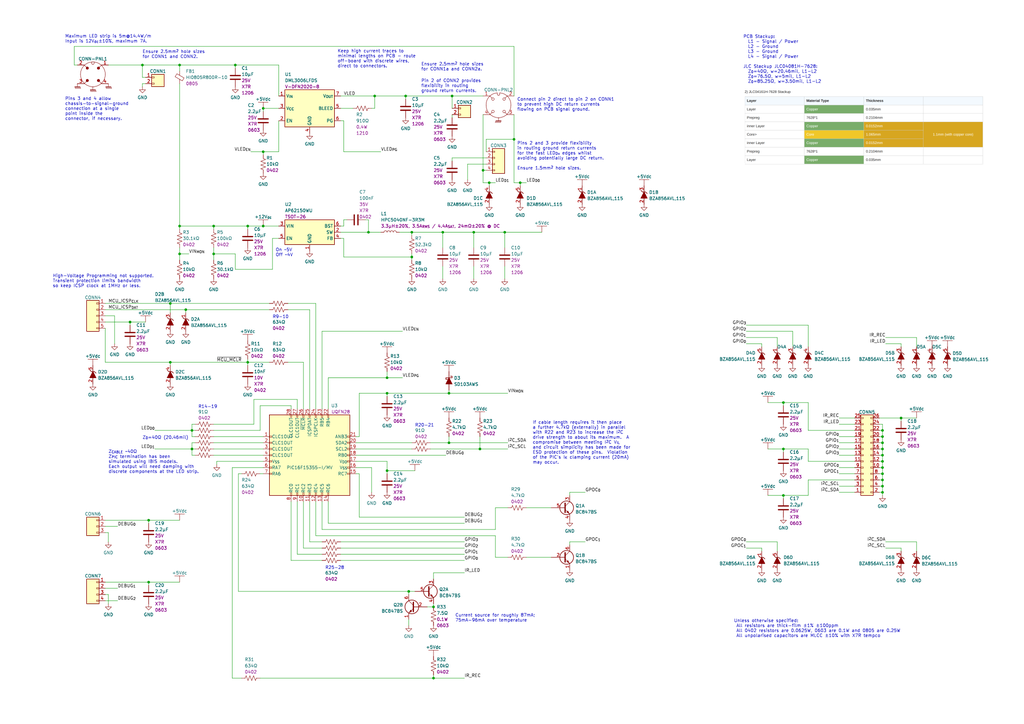
<source format=kicad_sch>
(kicad_sch (version 20211123) (generator eeschema)
  (paper "A3")
  (title_block (title "Kitchen WS2812B RGB LED Strip Controller") (date "Aug 2023") (rev "1.0") (company "Pete Restall <pete@restall.net>") (comment 1 "Drives two strips of 60 LEDs/m at 14.4W/m; max 5m (8A) total"))
  (junction (at 53.34 132.08))
  (junction (at 213.36 74.93))
  (junction (at 194.31 95.25))
  (junction (at 185.42 39.37))
  (junction (at 321.31 165.1))
  (junction (at 361.95 191.77))
  (junction (at 321.31 184.15))
  (junction (at 87.63 104.14))
  (junction (at 200.66 74.93))
  (junction (at 60.96 213.36))
  (junction (at 58.42 26.67))
  (junction (at 87.63 92.71))
  (junction (at 184.15 161.29))
  (junction (at 198.12 69.85))
  (junction (at 69.85 148.59))
  (junction (at 168.91 105.41))
  (junction (at 76.2 127))
  (junction (at 73.66 26.67))
  (junction (at 158.75 161.29))
  (junction (at 96.52 26.67))
  (junction (at 361.95 181.61))
  (junction (at 361.95 184.15))
  (junction (at 168.91 95.25))
  (junction (at 107.95 44.45))
  (junction (at 69.85 124.46))
  (junction (at 158.75 154.94))
  (junction (at 73.66 104.14))
  (junction (at 153.67 39.37))
  (junction (at 78.74 184.15))
  (junction (at 369.57 171.45))
  (junction (at 177.8 248.92))
  (junction (at 167.64 242.57))
  (junction (at 361.95 196.85))
  (junction (at 101.6 148.59))
  (junction (at 107.95 62.23))
  (junction (at 210.82 57.15))
  (junction (at 321.31 203.2))
  (junction (at 101.6 92.71))
  (junction (at 107.95 92.71))
  (junction (at 196.85 184.15))
  (junction (at 361.95 194.31))
  (junction (at 60.96 238.76))
  (junction (at 151.13 95.25))
  (junction (at 166.37 39.37))
  (junction (at 361.95 179.07))
  (junction (at 361.95 189.23))
  (junction (at 361.95 186.69))
  (junction (at 73.66 92.71))
  (junction (at 361.95 199.39))
  (junction (at 177.8 278.13))
  (junction (at 181.61 95.25))
  (junction (at 184.15 181.61))
  (junction (at 361.95 201.93))
  (junction (at 207.01 95.25))
  (junction (at 78.74 176.53))
  (junction (at 361.95 176.53))
  (junction (at 158.75 193.04))
  (wire (pts (xy 163.83 95.25) (xy 168.91 95.25)))
  (wire (pts (xy 198.12 46.99) (xy 198.12 69.85)))
  (wire (pts (xy 369.57 224.79) (xy 369.57 226.06)))
  (wire (pts (xy 101.6 148.59) (xy 101.6 149.86)))
  (wire (pts (xy 124.46 148.59) (xy 124.46 167.64)))
  (wire (pts (xy 129.54 124.46) (xy 129.54 167.64)))
  (wire (pts (xy 361.95 179.07) (xy 361.95 176.53)))
  (wire (pts (xy 87.63 176.53) (xy 106.68 176.53)))
  (wire (pts (xy 331.47 196.85) (xy 331.47 203.2)))
  (wire (pts (xy 78.74 179.07) (xy 80.01 179.07)))
  (wire (pts (xy 73.66 92.71) (xy 73.66 93.98)))
  (wire (pts (xy 158.75 161.29) (xy 158.75 162.56)))
  (wire (pts (xy 360.68 191.77) (xy 361.95 191.77)))
  (wire (pts (xy 207.01 95.25) (xy 207.01 101.6)))
  (wire (pts (xy 106.68 176.53) (xy 106.68 166.37)))
  (wire (pts (xy 73.66 213.36) (xy 60.96 213.36)))
  (wire (pts (xy 369.57 171.45) (xy 375.92 171.45)))
  (wire (pts (xy 306.07 133.35) (xy 331.47 133.35)))
  (wire (pts (xy 306.07 222.25) (xy 318.77 222.25)))
  (wire (pts (xy 60.96 213.36) (xy 60.96 214.63)))
  (wire (pts (xy 114.3 26.67) (xy 114.3 39.37)))
  (wire (pts (xy 46.99 129.54) (xy 43.18 129.54)))
  (wire (pts (xy 78.74 176.53) (xy 63.5 176.53)))
  (wire (pts (xy 58.42 26.67) (xy 58.42 31.75)))
  (wire (pts (xy 363.22 222.25) (xy 375.92 222.25)))
  (wire (pts (xy 314.96 184.15) (xy 321.31 184.15)))
  (wire (pts (xy 97.79 194.31) (xy 99.06 194.31)))
  (wire (pts (xy 344.17 194.31) (xy 350.52 194.31)))
  (wire (pts (xy 101.6 92.71) (xy 107.95 92.71)))
  (wire (pts (xy 127 205.74) (xy 127 222.25)))
  (wire (pts (xy 132.08 217.17) (xy 203.2 217.17)))
  (wire (pts (xy 88.9 190.5) (xy 88.9 189.23)))
  (wire (pts (xy 78.74 184.15) (xy 80.01 184.15)))
  (wire (pts (xy 147.32 161.29) (xy 147.32 179.07)))
  (wire (pts (xy 312.42 224.79) (xy 312.42 226.06)))
  (wire (pts (xy 306.07 140.97) (xy 312.42 140.97)))
  (wire (pts (xy 184.15 160.02) (xy 184.15 161.29)))
  (wire (pts (xy 107.95 62.23) (xy 102.87 62.23)))
  (wire (pts (xy 87.63 179.07) (xy 107.95 179.07)))
  (wire (pts (xy 101.6 148.59) (xy 110.49 148.59)))
  (wire (pts (xy 132.08 135.89) (xy 165.1 135.89)))
  (wire (pts (xy 152.4 201.93) (xy 152.4 191.77)))
  (wire (pts (xy 360.68 184.15) (xy 361.95 184.15)))
  (wire (pts (xy 48.26 215.9) (xy 43.18 215.9)))
  (wire (pts (xy 361.95 176.53) (xy 361.95 173.99)))
  (wire (pts (xy 152.4 44.45) (xy 153.67 44.45)))
  (wire (pts (xy 360.68 173.99) (xy 361.95 173.99)))
  (wire (pts (xy 350.52 189.23) (xy 331.47 189.23)))
  (wire (pts (xy 139.7 229.87) (xy 190.5 229.87)))
  (wire (pts (xy 361.95 196.85) (xy 361.95 194.31)))
  (wire (pts (xy 369.57 171.45) (xy 369.57 172.72)))
  (wire (pts (xy 96.52 110.49) (xy 96.52 104.14)))
  (wire (pts (xy 140.97 49.53) (xy 140.97 62.23)))
  (wire (pts (xy 321.31 184.15) (xy 321.31 185.42)))
  (wire (pts (xy 158.75 193.04) (xy 170.18 193.04)))
  (wire (pts (xy 127 222.25) (xy 132.08 222.25)))
  (wire (pts (xy 107.95 191.77) (xy 95.25 191.77)))
  (wire (pts (xy 158.75 193.04) (xy 158.75 194.31)))
  (wire (pts (xy 119.38 229.87) (xy 132.08 229.87)))
  (wire (pts (xy 43.18 127) (xy 76.2 127)))
  (wire (pts (xy 139.7 39.37) (xy 153.67 39.37)))
  (wire (pts (xy 129.54 219.71) (xy 203.2 219.71)))
  (wire (pts (xy 360.68 196.85) (xy 361.95 196.85)))
  (wire (pts (xy 53.34 132.08) (xy 59.69 132.08)))
  (wire (pts (xy 360.68 176.53) (xy 361.95 176.53)))
  (wire (pts (xy 233.68 222.25) (xy 233.68 223.52)))
  (wire (pts (xy 331.47 165.1) (xy 331.47 176.53)))
  (wire (pts (xy 114.3 44.45) (xy 107.95 44.45)))
  (wire (pts (xy 185.42 64.77) (xy 185.42 66.04)))
  (wire (pts (xy 119.38 205.74) (xy 119.38 229.87)))
  (wire (pts (xy 321.31 203.2) (xy 321.31 204.47)))
  (wire (pts (xy 101.6 148.59) (xy 101.6 147.32)))
  (wire (pts (xy 184.15 161.29) (xy 208.28 161.29)))
  (wire (pts (xy 361.95 201.93) (xy 361.95 199.39)))
  (wire (pts (xy 121.92 167.64) (xy 121.92 163.83)))
  (wire (pts (xy 331.47 176.53) (xy 350.52 176.53)))
  (wire (pts (xy 97.79 194.31) (xy 97.79 242.57)))
  (wire (pts (xy 46.99 140.97) (xy 46.99 129.54)))
  (wire (pts (xy 199.39 57.15) (xy 210.82 57.15)))
  (wire (pts (xy 73.66 101.6) (xy 73.66 104.14)))
  (wire (pts (xy 177.8 278.13) (xy 190.5 278.13)))
  (wire (pts (xy 146.05 194.31) (xy 147.32 194.31)))
  (wire (pts (xy 58.42 34.29) (xy 59.69 34.29)))
  (wire (pts (xy 58.42 35.56) (xy 58.42 34.29)))
  (wire (pts (xy 44.45 26.67) (xy 58.42 26.67)))
  (wire (pts (xy 361.95 189.23) (xy 361.95 186.69)))
  (wire (pts (xy 43.18 213.36) (xy 60.96 213.36)))
  (wire (pts (xy 140.97 62.23) (xy 156.21 62.23)))
  (wire (pts (xy 185.42 39.37) (xy 198.12 39.37)))
  (wire (pts (xy 43.18 218.44) (xy 44.45 218.44)))
  (wire (pts (xy 106.68 166.37) (xy 119.38 166.37)))
  (wire (pts (xy 177.8 276.86) (xy 177.8 278.13)))
  (wire (pts (xy 240.03 201.93) (xy 233.68 201.93)))
  (wire (pts (xy 118.11 127) (xy 127 127)))
  (wire (pts (xy 111.76 97.79) (xy 111.76 110.49)))
  (wire (pts (xy 134.62 214.63) (xy 190.5 214.63)))
  (wire (pts (xy 167.64 242.57) (xy 170.18 242.57)))
  (wire (pts (xy 139.7 227.33) (xy 190.5 227.33)))
  (wire (pts (xy 194.31 95.25) (xy 194.31 101.6)))
  (wire (pts (xy 210.82 46.99) (xy 210.82 57.15)))
  (wire (pts (xy 78.74 176.53) (xy 78.74 179.07)))
  (wire (pts (xy 44.45 243.84) (xy 44.45 247.65)))
  (wire (pts (xy 139.7 44.45) (xy 144.78 44.45)))
  (wire (pts (xy 73.66 34.29) (xy 73.66 92.71)))
  (wire (pts (xy 43.18 124.46) (xy 69.85 124.46)))
  (wire (pts (xy 134.62 154.94) (xy 158.75 154.94)))
  (wire (pts (xy 203.2 208.28) (xy 208.28 208.28)))
  (wire (pts (xy 147.32 161.29) (xy 158.75 161.29)))
  (wire (pts (xy 121.92 163.83) (xy 104.14 163.83)))
  (wire (pts (xy 325.12 135.89) (xy 325.12 142.24)))
  (wire (pts (xy 181.61 95.25) (xy 181.61 101.6)))
  (wire (pts (xy 184.15 181.61) (xy 208.28 181.61)))
  (wire (pts (xy 87.63 184.15) (xy 107.95 184.15)))
  (wire (pts (xy 215.9 208.28) (xy 226.06 208.28)))
  (wire (pts (xy 344.17 173.99) (xy 350.52 173.99)))
  (wire (pts (xy 361.95 199.39) (xy 361.95 196.85)))
  (wire (pts (xy 175.26 248.92) (xy 177.8 248.92)))
  (wire (pts (xy 344.17 181.61) (xy 350.52 181.61)))
  (wire (pts (xy 363.22 224.79) (xy 369.57 224.79)))
  (wire (pts (xy 43.18 243.84) (xy 44.45 243.84)))
  (wire (pts (xy 107.95 44.45) (xy 107.95 45.72)))
  (wire (pts (xy 87.63 104.14) (xy 87.63 106.68)))
  (wire (pts (xy 210.82 39.37) (xy 210.82 19.05)))
  (wire (pts (xy 363.22 138.43) (xy 375.92 138.43)))
  (wire (pts (xy 168.91 95.25) (xy 168.91 96.52)))
  (wire (pts (xy 58.42 31.75) (xy 59.69 31.75)))
  (wire (pts (xy 147.32 194.31) (xy 147.32 212.09)))
  (wire (pts (xy 146.05 181.61) (xy 168.91 181.61)))
  (wire (pts (xy 360.68 186.69) (xy 361.95 186.69)))
  (wire (pts (xy 48.26 246.38) (xy 43.18 246.38)))
  (wire (pts (xy 30.48 19.05) (xy 30.48 26.67)))
  (wire (pts (xy 88.9 189.23) (xy 107.95 189.23)))
  (wire (pts (xy 331.47 189.23) (xy 331.47 184.15)))
  (wire (pts (xy 30.48 26.67) (xy 31.75 26.67)))
  (wire (pts (xy 139.7 49.53) (xy 140.97 49.53)))
  (wire (pts (xy 158.75 193.04) (xy 158.75 189.23)))
  (wire (pts (xy 177.8 234.95) (xy 190.5 234.95)))
  (wire (pts (xy 318.77 138.43) (xy 318.77 142.24)))
  (wire (pts (xy 132.08 205.74) (xy 132.08 217.17)))
  (wire (pts (xy 114.3 62.23) (xy 114.3 49.53)))
  (wire (pts (xy 158.75 189.23) (xy 146.05 189.23)))
  (wire (pts (xy 176.53 184.15) (xy 196.85 184.15)))
  (wire (pts (xy 166.37 39.37) (xy 185.42 39.37)))
  (wire (pts (xy 191.77 67.31) (xy 191.77 73.66)))
  (wire (pts (xy 194.31 95.25) (xy 207.01 95.25)))
  (wire (pts (xy 233.68 201.93) (xy 233.68 203.2)))
  (wire (pts (xy 73.66 104.14) (xy 73.66 106.68)))
  (wire (pts (xy 96.52 104.14) (xy 87.63 104.14)))
  (wire (pts (xy 360.68 199.39) (xy 361.95 199.39)))
  (wire (pts (xy 78.74 181.61) (xy 80.01 181.61)))
  (wire (pts (xy 306.07 224.79) (xy 312.42 224.79)))
  (wire (pts (xy 344.17 186.69) (xy 350.52 186.69)))
  (wire (pts (xy 97.79 242.57) (xy 167.64 242.57)))
  (wire (pts (xy 147.32 212.09) (xy 190.5 212.09)))
  (wire (pts (xy 360.68 189.23) (xy 361.95 189.23)))
  (wire (pts (xy 198.12 69.85) (xy 199.39 69.85)))
  (wire (pts (xy 168.91 105.41) (xy 168.91 104.14)))
  (wire (pts (xy 321.31 203.2) (xy 331.47 203.2)))
  (wire (pts (xy 96.52 110.49) (xy 111.76 110.49)))
  (wire (pts (xy 210.82 74.93) (xy 213.36 74.93)))
  (wire (pts (xy 240.03 222.25) (xy 233.68 222.25)))
  (wire (pts (xy 198.12 74.93) (xy 200.66 74.93)))
  (wire (pts (xy 350.52 196.85) (xy 331.47 196.85)))
  (wire (pts (xy 58.42 26.67) (xy 73.66 26.67)))
  (wire (pts (xy 77.47 104.14) (xy 73.66 104.14)))
  (wire (pts (xy 73.66 26.67) (xy 96.52 26.67)))
  (wire (pts (xy 78.74 176.53) (xy 80.01 176.53)))
  (wire (pts (xy 363.22 140.97) (xy 369.57 140.97)))
  (wire (pts (xy 360.68 201.93) (xy 361.95 201.93)))
  (wire (pts (xy 181.61 95.25) (xy 194.31 95.25)))
  (wire (pts (xy 134.62 205.74) (xy 134.62 214.63)))
  (wire (pts (xy 132.08 167.64) (xy 132.08 135.89)))
  (wire (pts (xy 177.8 237.49) (xy 177.8 234.95)))
  (wire (pts (xy 167.64 254) (xy 167.64 256.54)))
  (wire (pts (xy 43.18 148.59) (xy 69.85 148.59)))
  (wire (pts (xy 306.07 135.89) (xy 325.12 135.89)))
  (wire (pts (xy 124.46 205.74) (xy 124.46 224.79)))
  (wire (pts (xy 151.13 90.17) (xy 149.86 90.17)))
  (wire (pts (xy 53.34 132.08) (xy 53.34 133.35)))
  (wire (pts (xy 69.85 148.59) (xy 101.6 148.59)))
  (wire (pts (xy 118.11 124.46) (xy 129.54 124.46)))
  (wire (pts (xy 331.47 133.35) (xy 331.47 142.24)))
  (wire (pts (xy 106.68 194.31) (xy 107.95 194.31)))
  (wire (pts (xy 127 127) (xy 127 167.64)))
  (wire (pts (xy 78.74 184.15) (xy 63.5 184.15)))
  (wire (pts (xy 139.7 224.79) (xy 190.5 224.79)))
  (wire (pts (xy 213.36 74.93) (xy 215.9 74.93)))
  (wire (pts (xy 153.67 39.37) (xy 166.37 39.37)))
  (wire (pts (xy 43.18 238.76) (xy 60.96 238.76)))
  (wire (pts (xy 168.91 95.25) (xy 181.61 95.25)))
  (wire (pts (xy 87.63 173.99) (xy 104.14 173.99)))
  (wire (pts (xy 101.6 93.98) (xy 101.6 92.71)))
  (wire (pts (xy 166.37 39.37) (xy 166.37 40.64)))
  (wire (pts (xy 96.52 26.67) (xy 96.52 27.94)))
  (wire (pts (xy 158.75 152.4) (xy 158.75 154.94)))
  (wire (pts (xy 344.17 184.15) (xy 350.52 184.15)))
  (wire (pts (xy 104.14 173.99) (xy 104.14 163.83)))
  (wire (pts (xy 168.91 106.68) (xy 168.91 105.41)))
  (wire (pts (xy 151.13 95.25) (xy 156.21 95.25)))
  (wire (pts (xy 213.36 76.2) (xy 213.36 74.93)))
  (wire (pts (xy 344.17 199.39) (xy 350.52 199.39)))
  (wire (pts (xy 176.53 181.61) (xy 184.15 181.61)))
  (wire (pts (xy 375.92 138.43) (xy 375.92 142.24)))
  (wire (pts (xy 96.52 26.67) (xy 114.3 26.67)))
  (wire (pts (xy 200.66 76.2) (xy 200.66 74.93)))
  (wire (pts (xy 76.2 127) (xy 110.49 127)))
  (wire (pts (xy 153.67 44.45) (xy 153.67 39.37)))
  (wire (pts (xy 87.63 101.6) (xy 87.63 104.14)))
  (wire (pts (xy 87.63 92.71) (xy 87.63 93.98)))
  (wire (pts (xy 184.15 179.07) (xy 184.15 181.61)))
  (wire (pts (xy 181.61 114.3) (xy 181.61 109.22)))
  (wire (pts (xy 321.31 184.15) (xy 331.47 184.15)))
  (wire (pts (xy 185.42 46.99) (xy 185.42 48.26)))
  (wire (pts (xy 344.17 201.93) (xy 350.52 201.93)))
  (wire (pts (xy 360.68 179.07) (xy 361.95 179.07)))
  (wire (pts (xy 107.95 92.71) (xy 114.3 92.71)))
  (wire (pts (xy 207.01 114.3) (xy 207.01 109.22)))
  (wire (pts (xy 321.31 165.1) (xy 321.31 166.37)))
  (wire (pts (xy 73.66 26.67) (xy 73.66 29.21)))
  (wire (pts (xy 203.2 219.71) (xy 203.2 228.6)))
  (wire (pts (xy 210.82 19.05) (xy 30.48 19.05)))
  (wire (pts (xy 119.38 166.37) (xy 119.38 167.64)))
  (wire (pts (xy 200.66 74.93) (xy 203.2 74.93)))
  (wire (pts (xy 114.3 62.23) (xy 107.95 62.23)))
  (wire (pts (xy 306.07 138.43) (xy 318.77 138.43)))
  (wire (pts (xy 203.2 217.17) (xy 203.2 208.28)))
  (wire (pts (xy 177.8 248.92) (xy 177.8 247.65)))
  (wire (pts (xy 124.46 224.79) (xy 132.08 224.79)))
  (wire (pts (xy 344.17 191.77) (xy 350.52 191.77)))
  (wire (pts (xy 134.62 154.94) (xy 134.62 167.64)))
  (wire (pts (xy 210.82 57.15) (xy 210.82 74.93)))
  (wire (pts (xy 78.74 186.69) (xy 80.01 186.69)))
  (wire (pts (xy 199.39 67.31) (xy 191.77 67.31)))
  (wire (pts (xy 140.97 97.79) (xy 139.7 97.79)))
  (wire (pts (xy 361.95 191.77) (xy 361.95 189.23)))
  (wire (pts (xy 203.2 228.6) (xy 208.28 228.6)))
  (wire (pts (xy 107.95 62.23) (xy 107.95 63.5)))
  (wire (pts (xy 312.42 140.97) (xy 312.42 142.24)))
  (wire (pts (xy 361.95 186.69) (xy 361.95 184.15)))
  (wire (pts (xy 199.39 62.23) (xy 199.39 57.15)))
  (wire (pts (xy 360.68 171.45) (xy 369.57 171.45)))
  (wire (pts (xy 73.66 92.71) (xy 87.63 92.71)))
  (wire (pts (xy 121.92 205.74) (xy 121.92 227.33)))
  (wire (pts (xy 146.05 184.15) (xy 168.91 184.15)))
  (wire (pts (xy 361.95 181.61) (xy 361.95 179.07)))
  (wire (pts (xy 185.42 39.37) (xy 185.42 44.45)))
  (wire (pts (xy 344.17 171.45) (xy 350.52 171.45)))
  (wire (pts (xy 69.85 124.46) (xy 69.85 128.27)))
  (wire (pts (xy 361.95 184.15) (xy 361.95 181.61)))
  (wire (pts (xy 196.85 179.07) (xy 196.85 184.15)))
  (wire (pts (xy 78.74 184.15) (xy 78.74 186.69)))
  (wire (pts (xy 60.96 238.76) (xy 60.96 240.03)))
  (wire (pts (xy 44.45 218.44) (xy 44.45 222.25)))
  (wire (pts (xy 139.7 222.25) (xy 190.5 222.25)))
  (wire (pts (xy 158.75 154.94) (xy 165.1 154.94)))
  (wire (pts (xy 140.97 92.71) (xy 139.7 92.71)))
  (wire (pts (xy 215.9 228.6) (xy 226.06 228.6)))
  (wire (pts (xy 314.96 165.1) (xy 321.31 165.1)))
  (wire (pts (xy 375.92 222.25) (xy 375.92 226.06)))
  (wire (pts (xy 43.18 148.59) (xy 43.18 134.62)))
  (wire (pts (xy 69.85 148.59) (xy 69.85 149.86)))
  (wire (pts (xy 177.8 278.13) (xy 106.68 278.13)))
  (wire (pts (xy 207.01 95.25) (xy 222.25 95.25)))
  (wire (pts (xy 121.92 227.33) (xy 132.08 227.33)))
  (wire (pts (xy 48.26 241.3) (xy 43.18 241.3)))
  (wire (pts (xy 139.7 95.25) (xy 151.13 95.25)))
  (wire (pts (xy 318.77 222.25) (xy 318.77 226.06)))
  (wire (pts (xy 95.25 191.77) (xy 95.25 278.13)))
  (wire (pts (xy 198.12 69.85) (xy 198.12 74.93)))
  (wire (pts (xy 196.85 184.15) (xy 208.28 184.15)))
  (wire (pts (xy 321.31 165.1) (xy 331.47 165.1)))
  (wire (pts (xy 146.05 186.69) (xy 182.88 186.69)))
  (wire (pts (xy 73.66 238.76) (xy 60.96 238.76)))
  (wire (pts (xy 361.95 203.2) (xy 361.95 201.93)))
  (wire (pts (xy 118.11 148.59) (xy 124.46 148.59)))
  (wire (pts (xy 360.68 181.61) (xy 361.95 181.61)))
  (wire (pts (xy 87.63 92.71) (xy 101.6 92.71)))
  (wire (pts (xy 76.2 127) (xy 76.2 128.27)))
  (wire (pts (xy 314.96 203.2) (xy 321.31 203.2)))
  (wire (pts (xy 151.13 90.17) (xy 151.13 95.25)))
  (wire (pts (xy 78.74 181.61) (xy 78.74 184.15)))
  (wire (pts (xy 167.64 242.57) (xy 167.64 243.84)))
  (wire (pts (xy 361.95 194.31) (xy 361.95 191.77)))
  (wire (pts (xy 142.24 90.17) (xy 140.97 90.17)))
  (wire (pts (xy 194.31 114.3) (xy 194.31 109.22)))
  (wire (pts (xy 69.85 124.46) (xy 110.49 124.46)))
  (wire (pts (xy 369.57 140.97) (xy 369.57 142.24)))
  (wire (pts (xy 87.63 186.69) (xy 107.95 186.69)))
  (wire (pts (xy 344.17 179.07) (xy 350.52 179.07)))
  (wire (pts (xy 360.68 194.31) (xy 361.95 194.31)))
  (wire (pts (xy 43.18 132.08) (xy 53.34 132.08)))
  (wire (pts (xy 78.74 173.99) (xy 80.01 173.99)))
  (wire (pts (xy 140.97 105.41) (xy 168.91 105.41)))
  (wire (pts (xy 199.39 64.77) (xy 185.42 64.77)))
  (wire (pts (xy 114.3 97.79) (xy 111.76 97.79)))
  (wire (pts (xy 99.06 278.13) (xy 95.25 278.13)))
  (wire (pts (xy 140.97 97.79) (xy 140.97 105.41)))
  (wire (pts (xy 140.97 90.17) (xy 140.97 92.71)))
  (wire (pts (xy 152.4 191.77) (xy 146.05 191.77)))
  (wire (pts (xy 158.75 161.29) (xy 184.15 161.29)))
  (wire (pts (xy 129.54 205.74) (xy 129.54 219.71)))
  (wire (pts (xy 87.63 181.61) (xy 107.95 181.61)))
  (wire (pts (xy 78.74 173.99) (xy 78.74 176.53)))
  (wire (pts (xy 147.32 179.07) (xy 146.05 179.07)))
  (image (at 354.33 52.07) (scale 0.616937))
  (text "Pin 2 of CONN2 provides\nflexibility in routing\nground return currents." (at 172.72 38.1 0) (effects (font (size 1.27 1.27)) (justify left bottom)))
  (text "Z_{0}=40Ω (20.46mil)" (at 58.42 180.34 0) (effects (font (size 1.27 1.27)) (justify left bottom)))
  (text "R20-21" (at 170.18 175.26 0) (effects (font (size 1.27 1.27)) (justify left bottom)))
  (text "PCB Stackup:\n  L1 - Signal / Power\n  L2 - Ground\n  L3 - Ground\n  L4 - Signal / Power\n\nJLC Stackup JLC04081H-7628:\n  Z_{0}=40Ω, w=20.46mil, L1-L2\n  Z_{0}=76.5Ω, w=5mil, L1-L2\n  Z_{0}=85.25Ω, w=3.50mil, L1-L2" (at 304.8 34.29 0) (effects (font (size 1.27 1.27)) (justify left bottom)))
  (text "High-Voltage Programming not supported.\nTransient protection limits bandwidth\nso keep ICSP clock at 1MHz or less." (at 21.59 118.11 0) (effects (font (size 1.27 1.27)) (justify left bottom)))
  (text "Maximum LED strip is 5m@14.4W/m\nInput is 12V_{dc}±10%, maximum 7A." (at 26.67 17.78 0) (effects (font (size 1.27 1.27)) (justify left bottom)))
  (text "Current source for roughly 87mA;\n75mA-96mA over temperature" (at 186.69 255.27 0) (effects (font (size 1.27 1.27)) (justify left bottom)))
  (text "Unless otherwise specified:\n All resistors are thick-film ±1% ±100ppm\n All 0402 resistors are 0.0625W, 0603 are 0.1W and 0805 are 0.25W\n All unpolarised capacitors are MLCC ±10% with X7R tempco" (at 300.99 261.62 0) (effects (font (size 1.27 1.27)) (justify left bottom)))
  (text "Pins 2 and 3 provide flexibility\nin routing ground return currents\nfor the fast LED_{Dx} edges whilst\navoiding potentially large DC return.\n\nEnsure 1.5mm^{2} hole sizes." (at 212.09 69.85 0) (effects (font (size 1.27 1.27)) (justify left bottom)))
  (text "R14-19" (at 81.28 167.64 0) (effects (font (size 1.27 1.27)) (justify left bottom)))
  (text "Z_{CABLE} ~40Ω\nZ_{PIC} termination has been\nsimulated using IBIS models.\nEach output will need damping with\ndiscrete components at the LED strip." (at 44.45 194.31 0) (effects (font (size 1.27 1.27)) (justify left bottom)))
  (text "Keep high current traces to\nminimal lengths on PCB - route\noff-board with discrete wires,\ndirect to connectors." (at 138.43 27.94 0) (effects (font (size 1.27 1.27)) (justify left bottom)))
  (text "If cable length requires it then place\na further 4.7kΩ (externally) in parallel\nwith R22 and R23 to increase the I^{2}C\ndrive strength to about its maximum.  A\ncompromise between meeting I^{2}C V_{IL}\nand circuit simplicity has been made for\nESD protection of these pins.  Violation\nof the PIC's I_{K} clamping current (20mA)\nmay occur." (at 218.44 190.5 0) (effects (font (size 1.27 1.27)) (justify left bottom)))
  (text "Connect pin 2 direct to pin 2 on CONN1\nto prevent high DC return currents\nflowing on PCB signal ground." (at 212.09 45.72 0) (effects (font (size 1.27 1.27)) (justify left bottom)))
  (text "R9-10" (at 111.76 130.81 0) (effects (font (size 1.27 1.27)) (justify left bottom)))
  (text "Ensure 2.5mm^{2} hole sizes\nfor CONN1a and CONN2a." (at 172.72 29.21 0) (effects (font (size 1.27 1.27)) (justify left bottom)))
  (text "Pins 3 and 4 allow\nchassis-to-signal-ground\nconnection at a single\npoint inside the\nconnector, if necessary." (at 26.67 49.53 0) (effects (font (size 1.27 1.27)) (justify left bottom)))
  (text "R25-28" (at 133.35 233.68 0) (effects (font (size 1.27 1.27)) (justify left bottom)))
  (text "Ensure 2.5mm^{2} hole sizes\nfor CONN1 and CONN2." (at 58.42 24.13 0) (effects (font (size 1.27 1.27)) (justify left bottom)))
  (text "On ~5V\nOff ~4V" (at 113.03 105.41 0) (effects (font (size 1.27 1.27)) (justify left bottom)))
  (label "VLED" (at 140.97 39.37 0))
  (label "GPIO_{0}" (at 190.5 229.87 0))
  (label "GPIO_{2}" (at 344.17 184.15 180))
  (label "MCU_ICSP_{DAT}" (at 44.45 127 0))
  (label "GPOC_{1}" (at 240.03 222.25 0))
  (label "LED_{D1}" (at 63.5 184.15 180))
  (label "IR_REC" (at 344.17 171.45 180))
  (label "GPIO_{3}" (at 190.5 222.25 0))
  (label "GPOC_{1}" (at 306.07 224.79 180))
  (label "GPIO_{3}" (at 306.07 133.35 180))
  (label "VLED_{PG}" (at 165.1 154.94 0))
  (label "MCU_ICSP_{CLK}" (at 44.45 124.46 0))
  (label "DEBUG_{0}" (at 48.26 215.9 0))
  (label "LED_{D0}" (at 215.9 74.93 0))
  (label "GPIO_{2}" (at 190.5 224.79 0))
  (label "DEBUG_{1}" (at 48.26 241.3 0))
  (label "GPIO_{3}" (at 344.17 186.69 180))
  (label "GPOC_{0}" (at 306.07 222.25 180))
  (label "VLED_{EN}" (at 102.87 62.23 180))
  (label "VLED_{EN}" (at 165.1 135.89 0))
  (label "VLED_{PG}" (at 156.21 62.23 0))
  (label "IR_LED" (at 190.5 234.95 0))
  (label "DEBUG_{0}" (at 182.88 186.69 0))
  (label "GPIO_{1}" (at 190.5 227.33 0))
  (label "I^{2}C_SDA" (at 208.28 181.61 0))
  (label "VIN_{MON}" (at 208.28 161.29 0))
  (label "~{MCU_MCLR}" (at 88.9 148.59 0))
  (label "LED_{D1}" (at 203.2 74.93 0))
  (label "IR_LED" (at 344.17 173.99 180))
  (label "IR_REC" (at 363.22 138.43 180))
  (label "DEBUG_{1}" (at 190.5 214.63 0))
  (label "GPIO_{0}" (at 306.07 140.97 180))
  (label "GPIO_{0}" (at 344.17 179.07 180))
  (label "I^{2}C_SDA" (at 363.22 222.25 180))
  (label "I^{2}C_SCL" (at 363.22 224.79 180))
  (label "DEBUG_{2}" (at 48.26 246.38 0))
  (label "GPOC_{1}" (at 344.17 194.31 180))
  (label "IR_REC" (at 190.5 278.13 0))
  (label "I^{2}C_SCL" (at 208.28 184.15 0))
  (label "I^{2}C_SCL" (at 344.17 199.39 180))
  (label "I^{2}C_SDA" (at 344.17 201.93 180))
  (label "GPIO_{2}" (at 306.07 135.89 180))
  (label "DEBUG_{2}" (at 190.5 212.09 0))
  (label "GPOC_{0}" (at 240.03 201.93 0))
  (label "GPOC_{0}" (at 344.17 191.77 180))
  (label "GPIO_{1}" (at 306.07 138.43 180))
  (label "IR_LED" (at 363.22 140.97 180))
  (label "VIN_{MON}" (at 77.47 104.14 0))
  (label "LED_{D0}" (at 63.5 176.53 180))
  (label "GPIO_{1}" (at 344.17 181.61 180))
  (symbol (lib_id "restall-generic-power:+12Vdc") (at 107.95 92.71 0) (unit 1)
    (property "Reference" "#PWR0112" (effects hide))
    (property "Value" "+12Vdc" (at 107.95 88.9 0))
  )
  (symbol (lib_id "restall-generic-power:GND") (at 38.1 157.48 0) (unit 1)
    (property "Reference" "#PWR0149" (effects hide))
    (property "Value" "GND" (at 38.1 161.9234 0))
  )
  (symbol (lib_id "restall-generic-power:GND") (at 331.47 149.86 0) (unit 1)
    (property "Reference" "#PWR0169" (effects hide))
    (property "Value" "GND" (at 331.47 154.3034 0))
  )
  (symbol (lib_id "restall-generic-power:GND") (at 44.45 222.25 0) (unit 1)
    (property "Reference" "#PWR0138" (effects hide))
    (property "Value" "GND" (at 44.45 226.6934 0))
  )
  (symbol (lib_id "restall-generic-resistors:resistor") (at 168.91 100.33 0) (unit 1)
    (property "Reference" "R7" (at 170.18 97.79 0) (effects (justify left)))
    (property "Value" "52.3kΩ" (at 170.18 100.33 0) (effects (justify left)))
    (property "Footprint" "restall-generic-resistors:nominal-0402-1005" (effects hide))
    (property "Label" "52.3kΩ±1% 0.0625W" (effects hide))
    (property "Tolerance" "±1%" (effects hide))
    (property "PowerRating" "0.0625W" (effects hide))
    (property "TemperatureCoefficient" "±100ppm" (effects hide))
    (property "Construction" "Thick Film" (effects hide))
    (property "Package" "0402" (at 170.18 102.87 0) (effects (justify left)))
    (property "Manufacturer" "Bourns" (effects hide))
    (property "ManufacturerPartNumber" "CR0402-FX-5232GLF" (effects hide))
    (property "Manufacturer2" "Yageo" (effects hide))
    (property "Manufacturer2PartNumber" "RC0402FR-0752K3L" (effects hide))
  )
  (symbol (lib_id "restall-generic-power:GND") (at 107.95 71.12 0) (unit 1)
    (property "Reference" "#PWR0143" (effects hide))
    (property "Value" "GND" (at 107.95 75.5634 0))
  )
  (symbol (lib_id "restall-generic-resistors:resistor") (at 83.82 186.69 270) (unit 1)
    (property "Reference" "R19" (effects hide))
    (property "Value" "91Ω" (effects hide))
    (property "Footprint" "restall-generic-resistors:nominal-0402-1005" (effects hide))
    (property "Label" "91Ω±1% 0.0625W" (effects hide))
    (property "Tolerance" "±1%" (effects hide))
    (property "PowerRating" "0.0625W" (effects hide))
    (property "TemperatureCoefficient" "±100ppm" (effects hide))
    (property "Construction" "Thick Film" (effects hide))
    (property "Package" "0402" (effects hide))
    (property "Manufacturer" "Yageo" (effects hide))
    (property "ManufacturerPartNumber" "RC0402FR-0791RL" (effects hide))
    (property "Manufacturer2" "Stackpole Electronics" (effects hide))
    (property "Manufacturer2PartNumber" "RMCF0402FT91R0" (effects hide))
  )
  (symbol (lib_id "restall-generic-resistors:resistor") (at 83.82 181.61 270) (unit 1)
    (property "Reference" "R17" (effects hide))
    (property "Value" "91Ω" (effects hide))
    (property "Footprint" "restall-generic-resistors:nominal-0402-1005" (effects hide))
    (property "Label" "91Ω±1% 0.0625W" (effects hide))
    (property "Tolerance" "±1%" (effects hide))
    (property "PowerRating" "0.0625W" (effects hide))
    (property "TemperatureCoefficient" "±100ppm" (effects hide))
    (property "Construction" "Thick Film" (effects hide))
    (property "Package" "0402" (effects hide))
    (property "Manufacturer" "Yageo" (effects hide))
    (property "ManufacturerPartNumber" "RC0402FR-0791RL" (effects hide))
    (property "Manufacturer2" "Stackpole Electronics" (effects hide))
    (property "Manufacturer2PartNumber" "RMCF0402FT91R0" (effects hide))
  )
  (symbol (lib_id "restall-generic-capacitors:capacitor-unpolarised") (at 321.31 170.18 0) (unit 1)
    (property "Reference" "C15" (at 323.85 166.37 0) (effects (justify left)))
    (property "Value" "2.2μF" (at 323.85 168.91 0) (effects (justify left)))
    (property "Footprint" "restall-generic-capacitors:unpolarised-nominal-0603-1608" (effects hide))
    (property "Datasheet" "https://ds.murata.co.jp/simsurfing/mlcc.html?lcid=en-us&jis=false&partnumber=GRM188Z71E225KE43&focuspartnumberonlist=true" (effects hide))
    (property "Label" "2.2μF±10% 25V X7R" (effects hide))
    (property "Tolerance" "±10%" (effects hide))
    (property "VoltageRating" "25V" (at 323.85 171.45 0) (effects (justify left)))
    (property "TemperatureCoefficient" "X7R" (at 323.85 173.99 0) (effects (justify left)))
    (property "Dielectric" "MLCC" (effects hide))
    (property "Package" "0603" (at 323.85 176.53 0) (effects (justify left)))
    (property "Manufacturer" "Murata" (effects hide))
    (property "ManufacturerPartNumber" "GRM188Z71E225KE43D" (effects hide))
    (property "Manufacturer2" "Murata" (effects hide))
    (property "Manufacturer2PartNumber" "GRM188Z71E225ME43D" (effects hide))
  )
  (symbol (lib_id "restall-manufacturer-nexperia:BZA856AVL,115") (at 375.92 146.05 270) (unit 1)
    (property "Reference" "D5" (at 375.92 142.24 90) (effects (justify left)))
    (property "Value" "BZA856AVL,115" (effects hide))
    (property "Footprint" "restall-generic-sot:SOT-353" (effects hide))
    (property "Datasheet" "https://assets.nexperia.com/documents/data-sheet/BZA800AVL_SERIES.pdf" (effects hide))
    (property "Label" "V_{RWM}=5.6V V_{CL}=7V V_{BR}=11V C_{d}=17pF" (effects hide))
    (property "Type" "Zener" (effects hide))
    (property "ReverseStandoffVoltage" "5.6V" (effects hide))
    (property "BreakdownVoltage" "11V" (effects hide))
    (property "ClampingVoltage" "7V" (effects hide))
    (property "PeakCurrent" "0.9A" (effects hide))
    (property "Capacitance" "17pF @ 1MHz / 5V; 28pF @ 1MHz / 0V" (effects hide))
    (property "Package" "SOT-353" (effects hide))
    (property "Manufacturer" "Nexperia" (effects hide))
    (property "ManufacturerPartNumber" "BZA856AVL,115" (effects hide))
  )
  (symbol (lib_id "restall-generic-diodes:schottky") (at 184.15 156.21 270) (unit 1)
    (property "Reference" "D3" (at 186.182 155.0578 90) (effects (justify left)))
    (property "Value" "SD103AWS" (at 186.182 157.5947 90) (effects (justify left)))
    (property "Footprint" "restall-generic-sot:SOD-323" (effects hide))
    (property "Datasheet" "https://media.digikey.com/pdf/Data%20Sheets/Anbon%20Semi%20PDFs/SD103xWS.pdf" (effects hide))
    (property "Manufacturer" "Anbon Semi" (effects hide))
    (property "ManufacturerPartNumber" "SD103AWS" (effects hide))
    (property "Manufacturer2" "Panjit Semiconductor" (effects hide))
    (property "Manufacturer2PartNumber" "RB501V-40_R1_00001" (effects hide))
    (property "Package" "SOD-323" (effects hide))
  )
  (symbol (lib_id "restall-generic-resistors:resistor") (at 135.89 222.25 270) (unit 1)
    (property "Reference" "R25" (effects hide))
    (property "Value" "634Ω" (at 133.35 234.95 90) (effects (justify left)))
    (property "Footprint" "restall-generic-resistors:nominal-0402-1005" (effects hide))
    (property "Label" "634Ω±1% 0.0625W" (effects hide))
    (property "Tolerance" "±1%" (effects hide))
    (property "PowerRating" "0.0625W" (effects hide))
    (property "TemperatureCoefficient" "±100ppm" (effects hide))
    (property "Construction" "Thick Film" (effects hide))
    (property "Package" "0402" (at 133.35 237.49 90) (effects (justify left)))
    (property "Manufacturer" "Yageo" (effects hide))
    (property "ManufacturerPartNumber" "RC0402FR-07634RL" (effects hide))
    (property "Manufacturer2" "Bourns" (effects hide))
    (property "Manufacturer2PartNumber" "CR0402-FX-6340GLF" (effects hide))
  )
  (symbol (lib_id "restall-manufacturer-nexperia:BZA856AVL,115") (at 76.2 132.08 270) (unit 1)
    (property "Reference" "D2" (at 78.232 130.9278 90) (effects (justify left)))
    (property "Value" "BZA856AVL,115" (at 78.232 133.4647 90) (effects (justify left)))
    (property "Footprint" "restall-generic-sot:SOT-353" (effects hide))
    (property "Datasheet" "https://assets.nexperia.com/documents/data-sheet/BZA800AVL_SERIES.pdf" (effects hide))
    (property "Label" "V_{RWM}=5.6V V_{CL}=7V V_{BR}=11V C_{d}=17pF" (effects hide))
    (property "Type" "Zener" (effects hide))
    (property "ReverseStandoffVoltage" "5.6V" (effects hide))
    (property "BreakdownVoltage" "11V" (effects hide))
    (property "ClampingVoltage" "7V" (effects hide))
    (property "PeakCurrent" "0.9A" (effects hide))
    (property "Capacitance" "17pF @ 1MHz / 5V; 28pF @ 1MHz / 0V" (effects hide))
    (property "Package" "SOT-353" (effects hide))
    (property "Manufacturer" "Nexperia" (effects hide))
    (property "ManufacturerPartNumber" "BZA856AVL,115" (effects hide))
  )
  (symbol (lib_id "restall-generic-power:GND") (at 127 54.61 0) (unit 1)
    (property "Reference" "#PWR0108" (effects hide))
    (property "Value" "GND" (at 127 59.0534 0))
  )
  (symbol (lib_id "restall-generic-power:GND") (at 200.66 83.82 0) (unit 1)
    (property "Reference" "#PWR0116" (effects hide))
    (property "Value" "GND" (at 200.66 88.2634 0))
  )
  (symbol (lib_id "restall-generic-power:GND") (at 185.42 55.88 0) (unit 1)
    (property "Reference" "#PWR0121" (effects hide))
    (property "Value" "GND" (at 185.42 60.3234 0))
  )
  (symbol (lib_id "restall-generic-power:GND-chassis") (at 44.45 34.29 0) (mirror y) (unit 1)
    (property "Reference" "#PWR0155" (effects hide))
    (property "Value" "GND-chassis" (effects hide))
  )
  (symbol (lib_id "restall-manufacturer-nexperia:BZA856AVL,115") (at 388.62 146.05 270) (unit 4)
    (property "Reference" "D5" (at 390.652 144.8978 90) (effects (justify left)))
    (property "Value" "BZA856AVL,115" (at 390.652 147.4347 90) (effects (justify left)))
    (property "Footprint" "restall-generic-sot:SOT-353" (effects hide))
    (property "Datasheet" "https://assets.nexperia.com/documents/data-sheet/BZA800AVL_SERIES.pdf" (effects hide))
    (property "Label" "V_{RWM}=5.6V V_{CL}=7V V_{BR}=11V C_{d}=17pF" (effects hide))
    (property "Type" "Zener" (effects hide))
    (property "ReverseStandoffVoltage" "5.6V" (effects hide))
    (property "BreakdownVoltage" "11V" (effects hide))
    (property "ClampingVoltage" "7V" (effects hide))
    (property "PeakCurrent" "0.9A" (effects hide))
    (property "Capacitance" "17pF @ 1MHz / 5V; 28pF @ 1MHz / 0V" (effects hide))
    (property "Package" "SOT-353" (effects hide))
    (property "Manufacturer" "Nexperia" (effects hide))
    (property "ManufacturerPartNumber" "BZA856AVL,115" (effects hide))
  )
  (symbol (lib_id "restall-manufacturer-nexperia:BZA856AVL,115") (at 38.1 153.67 270) (unit 4)
    (property "Reference" "D2" (at 40.132 152.5178 90) (effects (justify left)))
    (property "Value" "BZA856AVL,115" (at 40.132 155.0547 90) (effects (justify left)))
    (property "Footprint" "restall-generic-sot:SOT-353" (effects hide))
    (property "Datasheet" "https://assets.nexperia.com/documents/data-sheet/BZA800AVL_SERIES.pdf" (effects hide))
    (property "Label" "V_{RWM}=5.6V V_{CL}=7V V_{BR}=11V C_{d}=17pF" (effects hide))
    (property "Type" "Zener" (effects hide))
    (property "ReverseStandoffVoltage" "5.6V" (effects hide))
    (property "BreakdownVoltage" "11V" (effects hide))
    (property "ClampingVoltage" "7V" (effects hide))
    (property "PeakCurrent" "0.9A" (effects hide))
    (property "Capacitance" "17pF @ 1MHz / 5V; 28pF @ 1MHz / 0V" (effects hide))
    (property "Package" "SOT-353" (effects hide))
    (property "Manufacturer" "Nexperia" (effects hide))
    (property "ManufacturerPartNumber" "BZA856AVL,115" (effects hide))
  )
  (symbol (lib_id "restall-manufacturer-diodes-inc:AP62150WU") (at 127 95.25 0) (unit 1)
    (property "Reference" "U2" (at 116.84 83.82 0) (effects (justify left)))
    (property "Value" "AP62150WU" (at 116.84 86.3569 0) (effects (justify left)))
    (property "Footprint" "restall-manufacturer-diodes-inc:TSOT-26" (effects hide))
    (property "Datasheet" "https://www.diodes.com/assets/Datasheets/AP62150.pdf" (effects hide))
    (property "Manufacturer" "Diodes Incorporated" (effects hide))
    (property "ManufacturerPartNumber" "AP62150WU" (effects hide))
    (property "Package" "TSOT-26" (at 116.84 88.8969 0) (effects (justify left)))
  )
  (symbol (lib_id "restall-generic-resistors:resistor") (at 135.89 224.79 270) (unit 1)
    (property "Reference" "R26" (effects hide))
    (property "Value" "634Ω" (effects hide))
    (property "Footprint" "restall-generic-resistors:nominal-0402-1005" (effects hide))
    (property "Label" "634Ω±1% 0.0625W" (effects hide))
    (property "Tolerance" "±1%" (effects hide))
    (property "PowerRating" "0.0625W" (effects hide))
    (property "TemperatureCoefficient" "±100ppm" (effects hide))
    (property "Construction" "Thick Film" (effects hide))
    (property "Package" "0402" (effects hide))
    (property "Manufacturer" "Yageo" (effects hide))
    (property "ManufacturerPartNumber" "RC0402FR-07634RL" (effects hide))
    (property "Manufacturer2" "Bourns" (effects hide))
    (property "Manufacturer2PartNumber" "CR0402-FX-6340GLF" (effects hide))
  )
  (symbol (lib_id "restall-generic-capacitors:capacitor-unpolarised") (at 369.57 176.53 0) (unit 1)
    (property "Reference" "C18" (at 372.11 172.72 0) (effects (justify left)))
    (property "Value" "2.2μF" (at 372.11 175.26 0) (effects (justify left)))
    (property "Footprint" "restall-generic-capacitors:unpolarised-nominal-0603-1608" (effects hide))
    (property "Datasheet" "https://ds.murata.co.jp/simsurfing/mlcc.html?lcid=en-us&jis=false&partnumber=GRM188Z71E225KE43&focuspartnumberonlist=true" (effects hide))
    (property "Label" "2.2μF±10% 25V X7R" (effects hide))
    (property "Tolerance" "±10%" (effects hide))
    (property "VoltageRating" "25V" (at 372.11 177.8 0) (effects (justify left)))
    (property "TemperatureCoefficient" "X7R" (at 372.11 180.34 0) (effects (justify left)))
    (property "Dielectric" "MLCC" (effects hide))
    (property "Package" "0603" (at 372.11 182.88 0) (effects (justify left)))
    (property "Manufacturer" "Murata" (effects hide))
    (property "ManufacturerPartNumber" "GRM188Z71E225KE43D" (effects hide))
    (property "Manufacturer2" "Murata" (effects hide))
    (property "Manufacturer2PartNumber" "GRM188Z71E225ME43D" (effects hide))
  )
  (symbol (lib_id "restall-generic-power:GND") (at 177.8 256.54 0) (unit 1)
    (property "Reference" "#PWR0129" (effects hide))
    (property "Value" "GND" (at 177.8 260.9834 0))
  )
  (symbol (lib_id "restall-generic-power:GND") (at 58.42 35.56 0) (unit 1)
    (property "Reference" "#PWR0157" (effects hide))
    (property "Value" "GND" (at 58.42 40.0034 0))
  )
  (symbol (lib_id "restall-generic-power:GND") (at 375.92 233.68 0) (unit 1)
    (property "Reference" "#PWR0178" (effects hide))
    (property "Value" "GND" (at 375.92 238.1234 0))
  )
  (symbol (lib_id "restall-generic-power:GND") (at 185.42 73.66 0) (unit 1)
    (property "Reference" "#PWR0113" (effects hide))
    (property "Value" "GND" (at 185.42 78.1034 0))
  )
  (symbol (lib_id "restall-generic-resistors:resistor") (at 135.89 227.33 270) (unit 1)
    (property "Reference" "R27" (effects hide))
    (property "Value" "634Ω" (effects hide))
    (property "Footprint" "restall-generic-resistors:nominal-0402-1005" (effects hide))
    (property "Label" "634Ω±1% 0.0625W" (effects hide))
    (property "Tolerance" "±1%" (effects hide))
    (property "PowerRating" "0.0625W" (effects hide))
    (property "TemperatureCoefficient" "±100ppm" (effects hide))
    (property "Construction" "Thick Film" (effects hide))
    (property "Package" "0402" (effects hide))
    (property "Manufacturer" "Yageo" (effects hide))
    (property "ManufacturerPartNumber" "RC0402FR-07634RL" (effects hide))
    (property "Manufacturer2" "Bourns" (effects hide))
    (property "Manufacturer2PartNumber" "CR0402-FX-6340GLF" (effects hide))
  )
  (symbol (lib_id "restall-generic-capacitors:capacitor-unpolarised") (at 60.96 218.44 0) (unit 1)
    (property "Reference" "C19" (at 63.5 214.63 0) (effects (justify left)))
    (property "Value" "2.2μF" (at 63.5 217.17 0) (effects (justify left)))
    (property "Footprint" "restall-generic-capacitors:unpolarised-nominal-0603-1608" (effects hide))
    (property "Datasheet" "https://ds.murata.co.jp/simsurfing/mlcc.html?lcid=en-us&jis=false&partnumber=GRM188Z71E225KE43&focuspartnumberonlist=true" (effects hide))
    (property "Label" "2.2μF±10% 25V X7R" (effects hide))
    (property "Tolerance" "±10%" (effects hide))
    (property "VoltageRating" "25V" (at 63.5 219.71 0) (effects (justify left)))
    (property "TemperatureCoefficient" "X7R" (at 63.5 222.25 0) (effects (justify left)))
    (property "Dielectric" "MLCC" (effects hide))
    (property "Package" "0603" (at 63.5 224.79 0) (effects (justify left)))
    (property "Manufacturer" "Murata" (effects hide))
    (property "ManufacturerPartNumber" "GRM188Z71E225KE43D" (effects hide))
    (property "Manufacturer2" "Murata" (effects hide))
    (property "Manufacturer2PartNumber" "GRM188Z71E225ME43D" (effects hide))
  )
  (symbol (lib_id "restall-generic-resistors:resistor") (at 172.72 184.15 270) (unit 1)
    (property "Reference" "R21" (effects hide))
    (property "Value" "91Ω" (effects hide))
    (property "Footprint" "restall-generic-resistors:nominal-0402-1005" (effects hide))
    (property "Label" "91Ω±1% 0.0625W" (effects hide))
    (property "Tolerance" "±1%" (effects hide))
    (property "PowerRating" "0.0625W" (effects hide))
    (property "TemperatureCoefficient" "±100ppm" (effects hide))
    (property "Construction" "Thick Film" (effects hide))
    (property "Package" "0402" (effects hide))
    (property "Manufacturer" "Yageo" (effects hide))
    (property "ManufacturerPartNumber" "RC0402FR-0791RL" (effects hide))
    (property "Manufacturer2" "Stackpole Electronics" (effects hide))
    (property "Manufacturer2PartNumber" "RMCF0402FT91R0" (effects hide))
  )
  (symbol (lib_id "restall-generic-power:GND") (at 325.12 149.86 0) (unit 1)
    (property "Reference" "#PWR0170" (effects hide))
    (property "Value" "GND" (at 325.12 154.3034 0))
  )
  (symbol (lib_id "restall-generic-power:GND") (at 369.57 149.86 0) (unit 1)
    (property "Reference" "#PWR0167" (effects hide))
    (property "Value" "GND" (at 369.57 154.3034 0))
  )
  (symbol (lib_id "restall-generic-capacitors:capacitor-unpolarised") (at 53.34 137.16 0) (unit 1)
    (property "Reference" "C11" (at 55.88 133.35 0) (effects (justify left)))
    (property "Value" "2.2μF" (at 55.88 135.89 0) (effects (justify left)))
    (property "Footprint" "restall-generic-capacitors:unpolarised-nominal-0603-1608" (effects hide))
    (property "Datasheet" "https://ds.murata.co.jp/simsurfing/mlcc.html?lcid=en-us&jis=false&partnumber=GRM188Z71E225KE43&focuspartnumberonlist=true" (effects hide))
    (property "Label" "2.2μF±10% 25V X7R" (effects hide))
    (property "Tolerance" "±10%" (effects hide))
    (property "VoltageRating" "25V" (at 55.88 138.43 0) (effects (justify left)))
    (property "TemperatureCoefficient" "X7R" (at 55.88 140.97 0) (effects (justify left)))
    (property "Dielectric" "MLCC" (effects hide))
    (property "Package" "0603" (at 55.88 143.51 0) (effects (justify left)))
    (property "Manufacturer" "Murata" (effects hide))
    (property "ManufacturerPartNumber" "GRM188Z71E225KE43D" (effects hide))
    (property "Manufacturer2" "Murata" (effects hide))
    (property "Manufacturer2PartNumber" "GRM188Z71E225ME43D" (effects hide))
  )
  (symbol (lib_id "restall-manufacturer-nexperia:BZA856AVL,115") (at 312.42 146.05 270) (unit 4)
    (property "Reference" "D4" (at 309.88 144.78 90) (effects (justify right)))
    (property "Value" "BZA856AVL,115" (at 309.88 147.3169 90) (effects (justify right)))
    (property "Footprint" "restall-generic-sot:SOT-353" (effects hide))
    (property "Datasheet" "https://assets.nexperia.com/documents/data-sheet/BZA800AVL_SERIES.pdf" (effects hide))
    (property "Label" "V_{RWM}=5.6V V_{CL}=7V V_{BR}=11V C_{d}=17pF" (effects hide))
    (property "Type" "Zener" (effects hide))
    (property "ReverseStandoffVoltage" "5.6V" (effects hide))
    (property "BreakdownVoltage" "11V" (effects hide))
    (property "ClampingVoltage" "7V" (effects hide))
    (property "PeakCurrent" "0.9A" (effects hide))
    (property "Capacitance" "17pF @ 1MHz / 5V; 28pF @ 1MHz / 0V" (effects hide))
    (property "Package" "SOT-353" (effects hide))
    (property "Manufacturer" "Nexperia" (effects hide))
    (property "ManufacturerPartNumber" "BZA856AVL,115" (effects hide))
  )
  (symbol (lib_id "restall-generic-resistors:resistor") (at 172.72 181.61 270) (unit 1)
    (property "Reference" "R20" (effects hide))
    (property "Value" "91Ω" (at 170.18 176.53 90) (effects (justify left)))
    (property "Footprint" "restall-generic-resistors:nominal-0402-1005" (effects hide))
    (property "Label" "91Ω±1% 0.0625W" (effects hide))
    (property "Tolerance" "±1%" (effects hide))
    (property "PowerRating" "0.0625W" (effects hide))
    (property "TemperatureCoefficient" "±100ppm" (effects hide))
    (property "Construction" "Thick Film" (effects hide))
    (property "Package" "0402" (at 170.18 179.07 90) (effects (justify left)))
    (property "Manufacturer" "Yageo" (effects hide))
    (property "ManufacturerPartNumber" "RC0402FR-0791RL" (effects hide))
    (property "Manufacturer2" "Stackpole Electronics" (effects hide))
    (property "Manufacturer2PartNumber" "RMCF0402FT91R0" (effects hide))
  )
  (symbol (lib_id "restall-generic-connectors:header-1x4") (at 38.1 242.57 0) (mirror y) (unit 1) (in_bom no)
    (property "Reference" "CONN7" (at 38.1 236.22 0))
    (property "Value" "DNP" (effects hide))
    (property "Footprint" "restall-generic-connectors:th-header-1x4-2.54mm-vertical" (effects hide))
  )
  (symbol (lib_id "restall-generic-power:GND") (at 44.45 247.65 0) (unit 1)
    (property "Reference" "#PWR0139" (effects hide))
    (property "Value" "GND" (at 44.45 252.0934 0))
  )
  (symbol (lib_id "restall-generic-power:+5Vdc") (at 314.96 203.2 0) (unit 1)
    (property "Reference" "#PWR0162" (effects hide))
    (property "Value" "+5Vdc" (at 314.96 199.39 0))
  )
  (symbol (lib_id "restall-generic-power:GND") (at 101.6 101.6 0) (unit 1)
    (property "Reference" "#PWR0154" (effects hide))
    (property "Value" "GND" (at 101.6 106.0434 0))
  )
  (symbol (lib_id "restall-generic-power:GND") (at 107.95 53.34 0) (unit 1)
    (property "Reference" "#PWR0142" (effects hide))
    (property "Value" "GND" (at 107.95 57.7834 0))
  )
  (symbol (lib_id "restall-generic-power:GND") (at 233.68 233.68 0) (unit 1)
    (property "Reference" "#PWR0131" (effects hide))
    (property "Value" "GND" (at 233.68 238.1234 0))
  )
  (symbol (lib_id "restall-generic-resistors:resistor") (at 212.09 208.28 90) (unit 1)
    (property "Reference" "R29" (at 209.55 200.66 90) (effects (justify right)))
    (property "Value" "4.7kΩ" (at 209.55 203.2 90) (effects (justify right)))
    (property "Footprint" "restall-generic-resistors:nominal-0402-1005" (effects hide))
    (property "Label" "4.7kΩ±1% 0.0625W" (effects hide))
    (property "Tolerance" "±1%" (effects hide))
    (property "PowerRating" "0.0625W" (effects hide))
    (property "TemperatureCoefficient" "±100ppm" (effects hide))
    (property "Construction" "Thick Film" (effects hide))
    (property "Package" "0402" (at 209.55 205.74 90) (effects (justify right)))
    (property "Manufacturer" "Walsin" (effects hide))
    (property "ManufacturerPartNumber" "WR04X4701FTL" (effects hide))
    (property "Manufacturer2" "Yageo" (effects hide))
    (property "Manufacturer2PartNumber" "RC0402FR-134K7L" (effects hide))
  )
  (symbol (lib_id "restall-generic-connectors:header-1x2") (at 64.77 33.02 0) (unit 1) (in_bom no)
    (property "Reference" "CONN1" (at 64.77 29.21 0))
    (property "Value" "DNP" (effects hide))
    (property "Footprint" "kitchen-led-strips:th-pads-1x2-5.08mm-vertical-2.5mm^2-solder-pads" (effects hide))
    (pin "2" (alternate "P2_PWROUT"))
  )
  (symbol (lib_id "restall-generic-resistors:resistor") (at 184.15 175.26 0) (unit 1)
    (property "Reference" "R22" (at 185.42 172.72 0) (effects (justify left)))
    (property "Value" "4.7kΩ" (at 185.42 175.26 0) (effects (justify left)))
    (property "Footprint" "restall-generic-resistors:nominal-0402-1005" (effects hide))
    (property "Label" "4.7kΩ±1% 0.0625W" (effects hide))
    (property "Tolerance" "±1%" (effects hide))
    (property "PowerRating" "0.0625W" (effects hide))
    (property "TemperatureCoefficient" "±100ppm" (effects hide))
    (property "Construction" "Thick Film" (effects hide))
    (property "Package" "0402" (at 185.42 177.8 0) (effects (justify left)))
    (property "Manufacturer" "Walsin" (effects hide))
    (property "ManufacturerPartNumber" "WR04X4701FTL" (effects hide))
    (property "Manufacturer2" "Yageo" (effects hide))
    (property "Manufacturer2PartNumber" "RC0402FR-134K7L" (effects hide))
  )
  (symbol (lib_id "restall-generic-power:GND") (at 87.63 114.3 0) (unit 1)
    (property "Reference" "#PWR0153" (effects hide))
    (property "Value" "GND" (at 87.63 118.7434 0))
  )
  (symbol (lib_id "restall-generic-resistors:resistor") (at 114.3 124.46 270) (unit 1)
    (property "Reference" "R9" (effects hide))
    (property "Value" "634Ω" (at 111.76 132.08 90) (effects (justify left)))
    (property "Footprint" "restall-generic-resistors:nominal-0402-1005" (effects hide))
    (property "Label" "634Ω±1% 0.0625W" (effects hide))
    (property "Tolerance" "±1%" (effects hide))
    (property "PowerRating" "0.0625W" (effects hide))
    (property "TemperatureCoefficient" "±100ppm" (effects hide))
    (property "Construction" "Thick Film" (effects hide))
    (property "Package" "0402" (at 111.76 134.62 90) (effects (justify left)))
    (property "Manufacturer" "Yageo" (effects hide))
    (property "ManufacturerPartNumber" "RC0402FR-07634RL" (effects hide))
    (property "Manufacturer2" "Bourns" (effects hide))
    (property "Manufacturer2PartNumber" "CR0402-FX-6340GLF" (effects hide))
  )
  (symbol (lib_id "restall-generic-resistors:resistor") (at 114.3 127 270) (unit 1)
    (property "Reference" "R10" (effects hide))
    (property "Value" "634Ω" (effects hide))
    (property "Footprint" "restall-generic-resistors:nominal-0402-1005" (effects hide))
    (property "Label" "634Ω±1% 0.0625W" (effects hide))
    (property "Tolerance" "±1%" (effects hide))
    (property "PowerRating" "0.0625W" (effects hide))
    (property "TemperatureCoefficient" "±100ppm" (effects hide))
    (property "Construction" "Thick Film" (effects hide))
    (property "Package" "0402" (effects hide))
    (property "Manufacturer" "Yageo" (effects hide))
    (property "ManufacturerPartNumber" "RC0402FR-07634RL" (effects hide))
    (property "Manufacturer2" "Bourns" (effects hide))
    (property "Manufacturer2PartNumber" "CR0402-FX-6340GLF" (effects hide))
  )
  (symbol (lib_id "restall-generic-power:GND") (at 158.75 170.18 0) (unit 1)
    (property "Reference" "#PWR0122" (effects hide))
    (property "Value" "GND" (at 158.75 174.6234 0))
  )
  (symbol (lib_id "restall-generic-resistors:resistor") (at 101.6 143.51 0) (unit 1)
    (property "Reference" "R11" (at 102.87 140.97 0) (effects (justify left)))
    (property "Value" "10kΩ" (at 102.87 143.51 0) (effects (justify left)))
    (property "Footprint" "restall-generic-resistors:nominal-0402-1005" (effects hide))
    (property "Label" "10kΩ±1% 0.0625W" (effects hide))
    (property "Tolerance" "±1%" (effects hide))
    (property "PowerRating" "0.0625W" (effects hide))
    (property "TemperatureCoefficient" "±100ppm" (effects hide))
    (property "Construction" "Thick Film" (effects hide))
    (property "Package" "0402" (at 102.87 146.05 0) (effects (justify left)))
    (property "Manufacturer" "Cal-Chip Electronics" (effects hide))
    (property "ManufacturerPartNumber" "RM04F1002CT" (effects hide))
    (property "Manufacturer2" "Yageo" (effects hide))
    (property "Manufacturer2PartNumber" "RC0402FR-1310KL" (effects hide))
  )
  (symbol (lib_id "restall-generic-power:GND") (at 73.66 114.3 0) (unit 1)
    (property "Reference" "#PWR0141" (effects hide))
    (property "Value" "GND" (at 73.66 118.7434 0))
  )
  (symbol (lib_id "restall-generic-power:GND") (at 76.2 135.89 0) (unit 1)
    (property "Reference" "#PWR0145" (effects hide))
    (property "Value" "GND" (at 76.2 140.3334 0))
  )
  (symbol (lib_id "restall-generic-power:GND") (at 181.61 114.3 0) (unit 1)
    (property "Reference" "#PWR0105" (effects hide))
    (property "Value" "GND" (at 181.61 118.7434 0))
  )
  (symbol (lib_id "restall-generic-resistors:resistor") (at 212.09 228.6 90) (unit 1)
    (property "Reference" "R30" (at 209.55 220.98 90) (effects (justify right)))
    (property "Value" "4.7kΩ" (at 209.55 223.52 90) (effects (justify right)))
    (property "Footprint" "restall-generic-resistors:nominal-0402-1005" (effects hide))
    (property "Label" "4.7kΩ±1% 0.0625W" (effects hide))
    (property "Tolerance" "±1%" (effects hide))
    (property "PowerRating" "0.0625W" (effects hide))
    (property "TemperatureCoefficient" "±100ppm" (effects hide))
    (property "Construction" "Thick Film" (effects hide))
    (property "Package" "0402" (at 209.55 226.06 90) (effects (justify right)))
    (property "Manufacturer" "Walsin" (effects hide))
    (property "ManufacturerPartNumber" "WR04X4701FTL" (effects hide))
    (property "Manufacturer2" "Yageo" (effects hide))
    (property "Manufacturer2PartNumber" "RC0402FR-134K7L" (effects hide))
  )
  (symbol (lib_id "restall-manufacturer-laird:HI0805R800R-10") (at 73.66 31.75 0) (unit 1)
    (property "Reference" "FB1" (at 76.2 29.21 0) (effects (justify left)))
    (property "Value" "HI0805R800R-10" (at 76.2 31.75 0) (effects (justify left)))
    (property "Footprint" "restall-manufacturer-laird:FB0805" (effects hide))
    (property "Datasheet" "https://www.laird.com/sites/default/files/hi0805r800r-10-datasheet.pdf" (effects hide))
    (property "Package" "0805" (at 76.2 34.29 0) (effects (justify left)))
    (property "Manufacturer" "Laird Signal Integrity" (effects hide))
    (property "ManufacturerPartNumber" "HI0805R800R-10" (effects hide))
    (pin "1" (alternate "P1_PWRIN"))
    (pin "2" (alternate "P2_PWROUT"))
  )
  (symbol (lib_id "restall-generic-power:GND") (at 96.52 35.56 0) (unit 1)
    (property "Reference" "#PWR0140" (effects hide))
    (property "Value" "GND" (at 96.52 40.0034 0))
  )
  (symbol (lib_id "restall-generic-connectors:circular-4p-shield-female") (at 204.47 43.18 0) (unit 1) (on_board no)
    (property "Reference" "CONN-PNL2" (at 204.47 36.83 0))
    (property "Value" "PSG01593" (effects hide))
    (property "Datasheet" "https://www.farnell.com/datasheets/3049443.pdf" (effects hide))
    (property "Manufacturer" "Pro Signal" (effects hide))
    (property "ManufacturerPartNumber" "PSG01593" (effects hide))
    (pin "1" (alternate "P1_PWRIN"))
    (pin "2" (alternate "P2_PWRIN"))
  )
  (symbol (lib_id "restall-generic-power:GND") (at 194.31 114.3 0) (unit 1)
    (property "Reference" "#PWR0103" (effects hide))
    (property "Value" "GND" (at 194.31 118.7434 0))
  )
  (symbol (lib_id "restall-manufacturer-nexperia:BZA856AVL,115") (at 375.92 229.87 270) (unit 3)
    (property "Reference" "D6" (at 377.952 228.7178 90) (effects (justify left)))
    (property "Value" "BZA856AVL,115" (at 377.952 231.2547 90) (effects (justify left)))
    (property "Footprint" "restall-generic-sot:SOT-353" (effects hide))
    (property "Datasheet" "https://assets.nexperia.com/documents/data-sheet/BZA800AVL_SERIES.pdf" (effects hide))
    (property "Label" "V_{RWM}=5.6V V_{CL}=7V V_{BR}=11V C_{d}=17pF" (effects hide))
    (property "Type" "Zener" (effects hide))
    (property "ReverseStandoffVoltage" "5.6V" (effects hide))
    (property "BreakdownVoltage" "11V" (effects hide))
    (property "ClampingVoltage" "7V" (effects hide))
    (property "PeakCurrent" "0.9A" (effects hide))
    (property "Capacitance" "17pF @ 1MHz / 5V; 28pF @ 1MHz / 0V" (effects hide))
    (property "Package" "SOT-353" (effects hide))
    (property "Manufacturer" "Nexperia" (effects hide))
    (property "ManufacturerPartNumber" "BZA856AVL,115" (effects hide))
  )
  (symbol (lib_id "restall-manufacturer-nexperia:BZA856AVL,115") (at 238.76 80.01 270) (unit 1)
    (property "Reference" "D1" (at 240.792 78.8578 90) (effects (justify left)))
    (property "Value" "BZA856AVL,115" (at 240.792 81.3947 90) (effects (justify left)))
    (property "Footprint" "restall-generic-sot:SOT-353" (effects hide))
    (property "Datasheet" "https://assets.nexperia.com/documents/data-sheet/BZA800AVL_SERIES.pdf" (effects hide))
    (property "Label" "V_{RWM}=5.6V V_{CL}=7V V_{BR}=11V C_{d}=17pF" (effects hide))
    (property "Type" "Zener" (effects hide))
    (property "ReverseStandoffVoltage" "5.6V" (effects hide))
    (property "BreakdownVoltage" "11V" (effects hide))
    (property "ClampingVoltage" "7V" (effects hide))
    (property "PeakCurrent" "0.9A" (effects hide))
    (property "Capacitance" "17pF @ 1MHz / 5V; 28pF @ 1MHz / 0V" (effects hide))
    (property "Package" "SOT-353" (effects hide))
    (property "Manufacturer" "Nexperia" (effects hide))
    (property "ManufacturerPartNumber" "BZA856AVL,115" (effects hide))
  )
  (symbol (lib_id "restall-generic-power:GND") (at 318.77 149.86 0) (unit 1)
    (property "Reference" "#PWR0171" (effects hide))
    (property "Value" "GND" (at 318.77 154.3034 0))
  )
  (symbol (lib_id "restall-generic-power:GND") (at 166.37 48.26 0) (unit 1)
    (property "Reference" "#PWR0107" (effects hide))
    (property "Value" "GND" (at 166.37 52.7034 0))
  )
  (symbol (lib_id "restall-generic-power:+5Vdc") (at 382.27 142.24 0) (unit 1)
    (property "Reference" "#PWR0174" (effects hide))
    (property "Value" "+5Vdc" (at 382.27 138.43 0))
  )
  (symbol (lib_id "restall-generic-capacitors:capacitor-unpolarised") (at 194.31 105.41 0) (unit 1)
    (property "Reference" "C9" (at 196.85 101.6 0) (effects (justify left)))
    (property "Value" "10μF" (at 196.85 104.14 0) (effects (justify left)))
    (property "Footprint" "restall-generic-capacitors:unpolarised-nominal-1206-3216" (effects hide))
    (property "Datasheet" "https://weblib.samsungsem.com/mlcc/mlcc-ec.do?partNumber=CL31B106KAHNFNE" (effects hide))
    (property "Label" "10μF±10% 25V X7R" (effects hide))
    (property "Tolerance" "±10%" (effects hide))
    (property "VoltageRating" "25V" (at 196.85 106.68 0) (effects (justify left)))
    (property "TemperatureCoefficient" "X7R" (at 196.85 109.22 0) (effects (justify left)))
    (property "Dielectric" "MLCC" (effects hide))
    (property "Package" "1206" (at 196.85 111.76 0) (effects (justify left)))
    (property "Manufacturer" "Samsung" (effects hide))
    (property "ManufacturerPartNumber" "CL31B106KAHNFNE" (effects hide))
    (property "Manufacturer2" "Murata" (effects hide))
    (property "Manufacturer2PartNumber" "GRM31CR71E106KA12K" (effects hide))
  )
  (symbol (lib_id "restall-manufacturer-diodes-inc:BC847BS") (at 231.14 228.6 0) (unit 2)
    (property "Reference" "Q1" (at 235.9914 227.7653 0) (effects (justify left)))
    (property "Value" "BC847BS" (at 235.9914 230.3022 0) (effects (justify left)))
    (property "Footprint" "restall-manufacturer-diodes-inc:SOT-363" (effects hide))
    (property "Datasheet" "https://www.diodes.com/assets/Datasheets/ds30222.pdf" (effects hide))
    (property "Manufacturer" "Diodes Incorporated" (effects hide))
    (property "ManufacturerPartNumber" "BC847BS-7-F" (effects hide))
    (property "Package" "SOT-363" (effects hide))
  )
  (symbol (lib_id "restall-generic-power:GND") (at 213.36 83.82 0) (unit 1)
    (property "Reference" "#PWR0115" (effects hide))
    (property "Value" "GND" (at 213.36 88.2634 0))
  )
  (symbol (lib_id "restall-generic-power:+5Vdc") (at 222.25 95.25 0) (unit 1)
    (property "Reference" "#PWR0101" (effects hide))
    (property "Value" "+5Vdc" (at 222.25 91.44 0))
  )
  (symbol (lib_id "restall-manufacturer-tai-tech:HPC5040NF-3R3M") (at 160.02 95.25 90) (unit 1)
    (property "Reference" "L1" (at 156.21 87.63 90) (effects (justify right)))
    (property "Value" "HPC5040NF-3R3M" (at 156.21 90.17 90) (effects (justify right)))
    (property "Footprint" "restall-manufacturer-tai-tech:HPC5040NF" (effects hide))
    (property "Datasheet" "https://media.digikey.com/pdf/Data%20Sheets/Tai%20Tech%20PDFs/HPC-BM_NF_NCv.pdf" (effects hide))
    (property "Label" "3.3μH±20%, 3.5A_{RMS} / 4.4A_{SAT}, 24mΩ±20% @ DC" (at 156.21 92.71 90) (effects (justify right)))
    (property "Core" "Air" (effects hide))
    (property "Package" "HPC5040NF" (effects hide))
    (property "DCR" "24mΩ±20%" (effects hide))
    (property "I_{RMS}" "3.5A" (effects hide))
    (property "Tolerance" "±20%" (effects hide))
    (property "I_{SAT}" "4.4A" (effects hide))
    (property "Manufacturer" "Tai Tech" (effects hide))
    (property "ManufacturerPartNumber" "HPC5040NF-3R3M" (effects hide))
    (pin "2" (alternate "P2_PWROUT"))
  )
  (symbol (lib_id "restall-generic-capacitors:capacitor-unpolarised") (at 101.6 153.67 0) (unit 1)
    (property "Reference" "C12" (at 104.14 149.86 0) (effects (justify left)))
    (property "Value" "10nF" (at 104.14 152.4 0) (effects (justify left)))
    (property "Footprint" "restall-generic-capacitors:unpolarised-nominal-0402-1005" (effects hide))
    (property "Label" "10nF±10% 10V X7R" (effects hide))
    (property "Tolerance" "±10%" (effects hide))
    (property "VoltageRating" "10V" (at 104.14 154.94 0) (effects (justify left)))
    (property "TemperatureCoefficient" "X7R" (at 104.14 157.48 0) (effects (justify left)))
    (property "Dielectric" "MLCC" (effects hide))
    (property "Package" "0402" (at 104.14 160.02 0) (effects (justify left)))
    (property "Manufacturer" "Wurth Elektronik" (effects hide))
    (property "ManufacturerPartNumber" "885012205067" (effects hide))
    (property "Manufacturer2" "Kyocera" (effects hide))
    (property "Manufacturer2PartNumber" "KGM05AR71E103KH" (effects hide))
  )
  (symbol (lib_id "restall-generic-capacitors:capacitor-unpolarised") (at 158.75 198.12 0) (unit 1)
    (property "Reference" "C14" (at 161.29 194.31 0) (effects (justify left)))
    (property "Value" "2.2μF" (at 161.29 196.85 0) (effects (justify left)))
    (property "Footprint" "restall-generic-capacitors:unpolarised-nominal-0603-1608" (effects hide))
    (property "Datasheet" "https://ds.murata.co.jp/simsurfing/mlcc.html?lcid=en-us&jis=false&partnumber=GRM188Z71E225KE43&focuspartnumberonlist=true" (effects hide))
    (property "Label" "2.2μF±10% 25V X7R" (effects hide))
    (property "Tolerance" "±10%" (effects hide))
    (property "VoltageRating" "25V" (at 161.29 199.39 0) (effects (justify left)))
    (property "TemperatureCoefficient" "X7R" (at 161.29 201.93 0) (effects (justify left)))
    (property "Dielectric" "MLCC" (effects hide))
    (property "Package" "0603" (at 161.29 204.47 0) (effects (justify left)))
    (property "Manufacturer" "Murata" (effects hide))
    (property "ManufacturerPartNumber" "GRM188Z71E225KE43D" (effects hide))
    (property "Manufacturer2" "Murata" (effects hide))
    (property "Manufacturer2PartNumber" "GRM188Z71E225ME43D" (effects hide))
  )
  (symbol (lib_id "restall-generic-power:+5Vdc") (at 184.15 152.4 0) (unit 1)
    (property "Reference" "#PWR0158" (effects hide))
    (property "Value" "+5Vdc" (at 184.15 148.59 0))
  )
  (symbol (lib_id "restall-generic-power:GND") (at 369.57 180.34 0) (unit 1)
    (property "Reference" "#PWR0181" (effects hide))
    (property "Value" "GND" (at 369.57 184.7834 0))
  )
  (symbol (lib_id "restall-generic-power:GND") (at 388.62 149.86 0) (unit 1)
    (property "Reference" "#PWR0175" (effects hide))
    (property "Value" "GND" (at 388.62 154.3034 0))
  )
  (symbol (lib_id "restall-generic-capacitors:capacitor-unpolarised") (at 185.42 52.07 0) (unit 1)
    (property "Reference" "C4" (at 177.8 46.99 0) (effects (justify left)))
    (property "Value" "2.2μF" (at 177.8 49.53 0) (effects (justify left)))
    (property "Footprint" "restall-generic-capacitors:unpolarised-nominal-0603-1608" (effects hide))
    (property "Datasheet" "https://ds.murata.co.jp/simsurfing/mlcc.html?lcid=en-us&jis=false&partnumber=GRM188Z71E225KE43&focuspartnumberonlist=true" (effects hide))
    (property "Label" "2.2μF±10% 25V X7R" (effects hide))
    (property "Tolerance" "±10%" (effects hide))
    (property "VoltageRating" "25V" (at 177.8 52.07 0) (effects (justify left)))
    (property "TemperatureCoefficient" "X7R" (at 177.8 54.61 0) (effects (justify left)))
    (property "Dielectric" "MLCC" (effects hide))
    (property "Package" "0603" (at 177.8 57.15 0) (effects (justify left)))
    (property "Manufacturer" "Murata" (effects hide))
    (property "ManufacturerPartNumber" "GRM188Z71E225KE43D" (effects hide))
    (property "Manufacturer2" "Murata" (effects hide))
    (property "Manufacturer2PartNumber" "GRM188Z71E225ME43D" (effects hide))
  )
  (symbol (lib_id "restall-generic-power:GND") (at 158.75 201.93 0) (unit 1)
    (property "Reference" "#PWR0125" (effects hide))
    (property "Value" "GND" (at 158.75 206.3734 0))
  )
  (symbol (lib_id "restall-generic-power:GND") (at 318.77 233.68 0) (unit 1)
    (property "Reference" "#PWR0164" (effects hide))
    (property "Value" "GND" (at 318.77 238.1234 0))
  )
  (symbol (lib_id "restall-generic-power:GND") (at 264.16 83.82 0) (unit 1)
    (property "Reference" "#PWR0119" (effects hide))
    (property "Value" "GND" (at 264.16 88.2634 0))
  )
  (symbol (lib_id "restall-generic-power:+5Vdc") (at 170.18 193.04 0) (unit 1)
    (property "Reference" "#PWR0124" (effects hide))
    (property "Value" "+5Vdc" (at 170.18 189.23 0))
  )
  (symbol (lib_id "restall-generic-power:GND") (at 321.31 212.09 0) (unit 1)
    (property "Reference" "#PWR0163" (effects hide))
    (property "Value" "GND" (at 321.31 216.5334 0))
  )
  (symbol (lib_id "restall-generic-power:+5Vdc") (at 59.69 132.08 0) (unit 1)
    (property "Reference" "#PWR0144" (effects hide))
    (property "Value" "+5Vdc" (at 59.69 128.27 0))
  )
  (symbol (lib_id "restall-generic-capacitors:capacitor-unpolarised") (at 321.31 189.23 0) (unit 1)
    (property "Reference" "C16" (at 323.85 185.42 0) (effects (justify left)))
    (property "Value" "2.2μF" (at 323.85 187.96 0) (effects (justify left)))
    (property "Footprint" "restall-generic-capacitors:unpolarised-nominal-0603-1608" (effects hide))
    (property "Datasheet" "https://ds.murata.co.jp/simsurfing/mlcc.html?lcid=en-us&jis=false&partnumber=GRM188Z71E225KE43&focuspartnumberonlist=true" (effects hide))
    (property "Label" "2.2μF±10% 25V X7R" (effects hide))
    (property "Tolerance" "±10%" (effects hide))
    (property "VoltageRating" "25V" (at 323.85 190.5 0) (effects (justify left)))
    (property "TemperatureCoefficient" "X7R" (at 323.85 193.04 0) (effects (justify left)))
    (property "Dielectric" "MLCC" (effects hide))
    (property "Package" "0603" (at 323.85 195.58 0) (effects (justify left)))
    (property "Manufacturer" "Murata" (effects hide))
    (property "ManufacturerPartNumber" "GRM188Z71E225KE43D" (effects hide))
    (property "Manufacturer2" "Murata" (effects hide))
    (property "Manufacturer2PartNumber" "GRM188Z71E225ME43D" (effects hide))
  )
  (symbol (lib_id "restall-generic-resistors:resistor") (at 196.85 175.26 0) (unit 1)
    (property "Reference" "R23" (at 198.12 172.72 0) (effects (justify left)))
    (property "Value" "4.7kΩ" (at 198.12 175.26 0) (effects (justify left)))
    (property "Footprint" "restall-generic-resistors:nominal-0402-1005" (effects hide))
    (property "Label" "4.7kΩ±1% 0.0625W" (effects hide))
    (property "Tolerance" "±1%" (effects hide))
    (property "PowerRating" "0.0625W" (effects hide))
    (property "TemperatureCoefficient" "±100ppm" (effects hide))
    (property "Construction" "Thick Film" (effects hide))
    (property "Package" "0402" (at 198.12 177.8 0) (effects (justify left)))
    (property "Manufacturer" "Walsin" (effects hide))
    (property "ManufacturerPartNumber" "WR04X4701FTL" (effects hide))
    (property "Manufacturer2" "Yageo" (effects hide))
    (property "Manufacturer2PartNumber" "RC0402FR-134K7L" (effects hide))
  )
  (symbol (lib_id "restall-manufacturer-nexperia:BZA856AVL,115") (at 325.12 146.05 270) (unit 2)
    (property "Reference" "D4" (at 325.12 142.24 90) (effects (justify left)))
    (property "Value" "BZA856AVL,115" (effects hide))
    (property "Footprint" "restall-generic-sot:SOT-353" (effects hide))
    (property "Datasheet" "https://assets.nexperia.com/documents/data-sheet/BZA800AVL_SERIES.pdf" (effects hide))
    (property "Label" "V_{RWM}=5.6V V_{CL}=7V V_{BR}=11V C_{d}=17pF" (effects hide))
    (property "Type" "Zener" (effects hide))
    (property "ReverseStandoffVoltage" "5.6V" (effects hide))
    (property "BreakdownVoltage" "11V" (effects hide))
    (property "ClampingVoltage" "7V" (effects hide))
    (property "PeakCurrent" "0.9A" (effects hide))
    (property "Capacitance" "17pF @ 1MHz / 5V; 28pF @ 1MHz / 0V" (effects hide))
    (property "Package" "SOT-353" (effects hide))
    (property "Manufacturer" "Nexperia" (effects hide))
    (property "ManufacturerPartNumber" "BZA856AVL,115" (effects hide))
  )
  (symbol (lib_id "restall-generic-power:GND-chassis") (at 31.75 34.29 0) (mirror y) (unit 1)
    (property "Reference" "#PWR0156" (effects hide))
    (property "Value" "GND-chassis" (effects hide))
  )
  (symbol (lib_id "restall-generic-capacitors:capacitor-unpolarised") (at 207.01 105.41 0) (unit 1)
    (property "Reference" "C10" (at 209.55 101.6 0) (effects (justify left)))
    (property "Value" "10μF" (at 209.55 104.14 0) (effects (justify left)))
    (property "Footprint" "restall-generic-capacitors:unpolarised-nominal-1206-3216" (effects hide))
    (property "Datasheet" "https://weblib.samsungsem.com/mlcc/mlcc-ec.do?partNumber=CL31B106KAHNFNE" (effects hide))
    (property "Label" "10μF±10% 25V X7R" (effects hide))
    (property "Tolerance" "±10%" (effects hide))
    (property "VoltageRating" "25V" (at 209.55 106.68 0) (effects (justify left)))
    (property "TemperatureCoefficient" "X7R" (at 209.55 109.22 0) (effects (justify left)))
    (property "Dielectric" "MLCC" (effects hide))
    (property "Package" "1206" (at 209.55 111.76 0) (effects (justify left)))
    (property "Manufacturer" "Samsung" (effects hide))
    (property "ManufacturerPartNumber" "CL31B106KAHNFNE" (effects hide))
    (property "Manufacturer2" "Murata" (effects hide))
    (property "Manufacturer2PartNumber" "GRM31CR71E106KA12K" (effects hide))
  )
  (symbol (lib_id "restall-generic-capacitors:capacitor-unpolarised") (at 60.96 243.84 0) (unit 1)
    (property "Reference" "C20" (at 63.5 240.03 0) (effects (justify left)))
    (property "Value" "2.2μF" (at 63.5 242.57 0) (effects (justify left)))
    (property "Footprint" "restall-generic-capacitors:unpolarised-nominal-0603-1608" (effects hide))
    (property "Datasheet" "https://ds.murata.co.jp/simsurfing/mlcc.html?lcid=en-us&jis=false&partnumber=GRM188Z71E225KE43&focuspartnumberonlist=true" (effects hide))
    (property "Label" "2.2μF±10% 25V X7R" (effects hide))
    (property "Tolerance" "±10%" (effects hide))
    (property "VoltageRating" "25V" (at 63.5 245.11 0) (effects (justify left)))
    (property "TemperatureCoefficient" "X7R" (at 63.5 247.65 0) (effects (justify left)))
    (property "Dielectric" "MLCC" (effects hide))
    (property "Package" "0603" (at 63.5 250.19 0) (effects (justify left)))
    (property "Manufacturer" "Murata" (effects hide))
    (property "ManufacturerPartNumber" "GRM188Z71E225KE43D" (effects hide))
    (property "Manufacturer2" "Murata" (effects hide))
    (property "Manufacturer2PartNumber" "GRM188Z71E225ME43D" (effects hide))
  )
  (symbol (lib_id "restall-generic-power:+5Vdc") (at 158.75 144.78 0) (unit 1)
    (property "Reference" "#PWR0106" (effects hide))
    (property "Value" "+5Vdc" (at 158.75 140.97 0))
  )
  (symbol (lib_id "restall-generic-power:+5Vdc") (at 314.96 165.1 0) (unit 1)
    (property "Reference" "#PWR0165" (effects hide))
    (property "Value" "+5Vdc" (at 314.96 161.29 0))
  )
  (symbol (lib_id "restall-manufacturer-diodes-inc:BC847BS") (at 170.18 248.92 0) (mirror y) (unit 2)
    (property "Reference" "Q2" (at 165.3287 248.0853 0) (effects (justify left)))
    (property "Value" "BC847BS" (at 165.3287 250.6222 0) (effects (justify left)))
    (property "Footprint" "restall-manufacturer-diodes-inc:SOT-363" (effects hide))
    (property "Datasheet" "https://www.diodes.com/assets/Datasheets/ds30222.pdf" (effects hide))
    (property "Manufacturer" "Diodes Incorporated" (effects hide))
    (property "ManufacturerPartNumber" "BC847BS-7-F" (effects hide))
    (property "Package" "SOT-363" (effects hide))
  )
  (symbol (lib_id "restall-generic-resistors:resistor") (at 177.8 273.05 0) (unit 1)
    (property "Reference" "R32" (at 179.07 270.51 0) (effects (justify left)))
    (property "Value" "10kΩ" (at 179.07 273.05 0) (effects (justify left)))
    (property "Footprint" "restall-generic-resistors:nominal-0402-1005" (effects hide))
    (property "Label" "4.7kΩ±1% 0.0625W" (effects hide))
    (property "Tolerance" "±1%" (effects hide))
    (property "PowerRating" "0.0625W" (effects hide))
    (property "TemperatureCoefficient" "±100ppm" (effects hide))
    (property "Construction" "Thick Film" (effects hide))
    (property "Package" "0402" (at 179.07 275.59 0) (effects (justify left)))
    (property "Manufacturer" "Cal-Chip Electronics" (effects hide))
    (property "ManufacturerPartNumber" "RM04F1002CT" (effects hide))
    (property "Manufacturer2" "Yageo" (effects hide))
    (property "Manufacturer2PartNumber" "RC0402FR-1310KL" (effects hide))
  )
  (symbol (lib_id "restall-generic-resistors:resistor") (at 168.91 110.49 0) (unit 1)
    (property "Reference" "R8" (at 170.18 107.95 0) (effects (justify left)))
    (property "Value" "10kΩ" (at 170.18 110.49 0) (effects (justify left)))
    (property "Footprint" "restall-generic-resistors:nominal-0402-1005" (effects hide))
    (property "Label" "10kΩ±1% 0.0625W" (effects hide))
    (property "Tolerance" "±1%" (effects hide))
    (property "PowerRating" "0.0625W" (effects hide))
    (property "TemperatureCoefficient" "±100ppm" (effects hide))
    (property "Construction" "Thick Film" (effects hide))
    (property "Package" "0402" (at 170.18 113.03 0) (effects (justify left)))
    (property "Manufacturer" "Cal-Chip Electronics" (effects hide))
    (property "ManufacturerPartNumber" "RM04F1002CT" (effects hide))
    (property "Manufacturer2" "Yageo" (effects hide))
    (property "Manufacturer2PartNumber" "RC0402FR-1310KL" (effects hide))
  )
  (symbol (lib_id "restall-generic-power:GND") (at 312.42 149.86 0) (unit 1)
    (property "Reference" "#PWR0172" (effects hide))
    (property "Value" "GND" (at 312.42 154.3034 0))
  )
  (symbol (lib_id "restall-generic-power:GND") (at 375.92 149.86 0) (unit 1)
    (property "Reference" "#PWR0168" (effects hide))
    (property "Value" "GND" (at 375.92 154.3034 0))
  )
  (symbol (lib_id "restall-generic-capacitors:capacitor-unpolarised") (at 96.52 31.75 0) (unit 1)
    (property "Reference" "C1" (at 99.06 27.94 0) (effects (justify left)))
    (property "Value" "10μF" (at 99.06 30.48 0) (effects (justify left)))
    (property "Footprint" "restall-generic-capacitors:unpolarised-nominal-1206-3216" (effects hide))
    (property "Datasheet" "https://weblib.samsungsem.com/mlcc/mlcc-ec.do?partNumber=CL31B106KAHNFNE" (effects hide))
    (property "Label" "10μF±10% 25V X7R" (effects hide))
    (property "Tolerance" "±10%" (effects hide))
    (property "VoltageRating" "25V" (at 99.06 33.02 0) (effects (justify left)))
    (property "TemperatureCoefficient" "X7R" (at 99.06 35.56 0) (effects (justify left)))
    (property "Dielectric" "MLCC" (effects hide))
    (property "Package" "1206" (at 99.06 38.1 0) (effects (justify left)))
    (property "Manufacturer" "Samsung" (effects hide))
    (property "ManufacturerPartNumber" "CL31B106KAHNFNE" (effects hide))
    (property "Manufacturer2" "Murata" (effects hide))
    (property "Manufacturer2PartNumber" "GRM31CR71E106KA12K" (effects hide))
  )
  (symbol (lib_id "restall-manufacturer-nexperia:BZA856AVL,115") (at 318.77 146.05 270) (unit 1)
    (property "Reference" "D4" (at 318.77 142.24 90) (effects (justify left)))
    (property "Value" "BZA856AVL,115" (effects hide))
    (property "Footprint" "restall-generic-sot:SOT-353" (effects hide))
    (property "Datasheet" "https://assets.nexperia.com/documents/data-sheet/BZA800AVL_SERIES.pdf" (effects hide))
    (property "Label" "V_{RWM}=5.6V V_{CL}=7V V_{BR}=11V C_{d}=17pF" (effects hide))
    (property "Type" "Zener" (effects hide))
    (property "ReverseStandoffVoltage" "5.6V" (effects hide))
    (property "BreakdownVoltage" "11V" (effects hide))
    (property "ClampingVoltage" "7V" (effects hide))
    (property "PeakCurrent" "0.9A" (effects hide))
    (property "Capacitance" "17pF @ 1MHz / 5V; 28pF @ 1MHz / 0V" (effects hide))
    (property "Package" "SOT-353" (effects hide))
    (property "Manufacturer" "Nexperia" (effects hide))
    (property "ManufacturerPartNumber" "BZA856AVL,115" (effects hide))
  )
  (symbol (lib_id "restall-manufacturer-nexperia:BZA856AVL,115") (at 200.66 80.01 270) (unit 3)
    (property "Reference" "D1" (at 198.12 81.28 90) (effects (justify right)))
    (property "Value" "BZA856AVL,115" (at 198.12 83.8169 90) (effects (justify right)))
    (property "Footprint" "restall-generic-sot:SOT-353" (effects hide))
    (property "Datasheet" "https://assets.nexperia.com/documents/data-sheet/BZA800AVL_SERIES.pdf" (effects hide))
    (property "Label" "V_{RWM}=5.6V V_{CL}=7V V_{BR}=11V C_{d}=17pF" (effects hide))
    (property "Type" "Zener" (effects hide))
    (property "ReverseStandoffVoltage" "5.6V" (effects hide))
    (property "BreakdownVoltage" "11V" (effects hide))
    (property "ClampingVoltage" "7V" (effects hide))
    (property "PeakCurrent" "0.9A" (effects hide))
    (property "Capacitance" "17pF @ 1MHz / 5V; 28pF @ 1MHz / 0V" (effects hide))
    (property "Package" "SOT-353" (effects hide))
    (property "Manufacturer" "Nexperia" (effects hide))
    (property "ManufacturerPartNumber" "BZA856AVL,115" (effects hide))
  )
  (symbol (lib_id "restall-generic-capacitors:capacitor-unpolarised") (at 321.31 208.28 0) (unit 1)
    (property "Reference" "C17" (at 323.85 204.47 0) (effects (justify left)))
    (property "Value" "2.2μF" (at 323.85 207.01 0) (effects (justify left)))
    (property "Footprint" "restall-generic-capacitors:unpolarised-nominal-0603-1608" (effects hide))
    (property "Datasheet" "https://ds.murata.co.jp/simsurfing/mlcc.html?lcid=en-us&jis=false&partnumber=GRM188Z71E225KE43&focuspartnumberonlist=true" (effects hide))
    (property "Label" "2.2μF±10% 25V X7R" (effects hide))
    (property "Tolerance" "±10%" (effects hide))
    (property "VoltageRating" "25V" (at 323.85 209.55 0) (effects (justify left)))
    (property "TemperatureCoefficient" "X7R" (at 323.85 212.09 0) (effects (justify left)))
    (property "Dielectric" "MLCC" (effects hide))
    (property "Package" "0603" (at 323.85 214.63 0) (effects (justify left)))
    (property "Manufacturer" "Murata" (effects hide))
    (property "ManufacturerPartNumber" "GRM188Z71E225KE43D" (effects hide))
    (property "Manufacturer2" "Murata" (effects hide))
    (property "Manufacturer2PartNumber" "GRM188Z71E225ME43D" (effects hide))
  )
  (symbol (lib_id "restall-generic-power:+5Vdc") (at 107.95 44.45 0) (unit 1)
    (property "Reference" "#PWR0109" (effects hide))
    (property "Value" "+5Vdc" (at 107.95 40.64 0))
  )
  (symbol (lib_id "restall-manufacturer-nexperia:BZA856AVL,115") (at 69.85 132.08 270) (unit 2)
    (property "Reference" "D2" (at 63.5 120.6531 90) (effects (justify left)))
    (property "Value" "BZA856AVL,115" (at 63.5 123.19 90) (effects (justify left)))
    (property "Footprint" "restall-generic-sot:SOT-353" (effects hide))
    (property "Datasheet" "https://assets.nexperia.com/documents/data-sheet/BZA800AVL_SERIES.pdf" (effects hide))
    (property "Label" "V_{RWM}=5.6V V_{CL}=7V V_{BR}=11V C_{d}=17pF" (effects hide))
    (property "Type" "Zener" (effects hide))
    (property "ReverseStandoffVoltage" "5.6V" (effects hide))
    (property "BreakdownVoltage" "11V" (effects hide))
    (property "ClampingVoltage" "7V" (effects hide))
    (property "PeakCurrent" "0.9A" (effects hide))
    (property "Capacitance" "17pF @ 1MHz / 5V; 28pF @ 1MHz / 0V" (effects hide))
    (property "Package" "SOT-353" (effects hide))
    (property "Manufacturer" "Nexperia" (effects hide))
    (property "ManufacturerPartNumber" "BZA856AVL,115" (effects hide))
  )
  (symbol (lib_id "restall-generic-resistors:resistor") (at 177.8 252.73 0) (unit 1)
    (property "Reference" "R33" (at 179.07 248.92 0) (effects (justify left)))
    (property "Value" "7.5Ω" (at 179.07 251.46 0) (effects (justify left)))
    (property "Footprint" "restall-generic-resistors:nominal-0603-1608" (effects hide))
    (property "Label" "7.5Ω±1% 0.1W" (effects hide))
    (property "Tolerance" "±1%" (effects hide))
    (property "PowerRating" "0.1W" (at 179.07 254 0) (effects (justify left)))
    (property "TemperatureCoefficient" "±100ppm" (effects hide))
    (property "Construction" "Thick Film" (effects hide))
    (property "Package" "0603" (at 179.07 256.54 0) (effects (justify left)))
    (property "Manufacturer" "Vishay Dale" (effects hide))
    (property "ManufacturerPartNumber" "CRCW06037R50FKEA" (effects hide))
    (property "Manufacturer2" "Yageo" (effects hide))
    (property "Manufacturer2PartNumber" "RT0603FRE077R5L" (effects hide))
  )
  (symbol (lib_id "restall-generic-power:+5Vdc") (at 101.6 139.7 0) (unit 1)
    (property "Reference" "#PWR0110" (effects hide))
    (property "Value" "+5Vdc" (at 101.6 135.89 0))
  )
  (symbol (lib_id "restall-generic-capacitors:capacitor-unpolarised") (at 158.75 166.37 0) (unit 1)
    (property "Reference" "C13" (at 161.29 162.56 0) (effects (justify left)))
    (property "Value" "2.2μF" (at 161.29 165.1 0) (effects (justify left)))
    (property "Footprint" "restall-generic-capacitors:unpolarised-nominal-0603-1608" (effects hide))
    (property "Datasheet" "https://ds.murata.co.jp/simsurfing/mlcc.html?lcid=en-us&jis=false&partnumber=GRM188Z71E225KE43&focuspartnumberonlist=true" (effects hide))
    (property "Label" "2.2μF±10% 25V X7R" (effects hide))
    (property "Tolerance" "±10%" (effects hide))
    (property "VoltageRating" "25V" (at 161.29 167.64 0) (effects (justify left)))
    (property "TemperatureCoefficient" "X7R" (at 161.29 170.18 0) (effects (justify left)))
    (property "Dielectric" "MLCC" (effects hide))
    (property "Package" "0603" (at 161.29 172.72 0) (effects (justify left)))
    (property "Manufacturer" "Murata" (effects hide))
    (property "ManufacturerPartNumber" "GRM188Z71E225KE43D" (effects hide))
    (property "Manufacturer2" "Murata" (effects hide))
    (property "Manufacturer2PartNumber" "GRM188Z71E225ME43D" (effects hide))
  )
  (symbol (lib_id "restall-generic-power:+5Vdc") (at 196.85 171.45 0) (unit 1)
    (property "Reference" "#PWR0127" (effects hide))
    (property "Value" "+5Vdc" (at 196.85 167.64 0))
  )
  (symbol (lib_id "restall-generic-power:GND") (at 191.77 73.66 0) (unit 1)
    (property "Reference" "#PWR0114" (effects hide))
    (property "Value" "GND" (at 191.77 78.1034 0))
  )
  (symbol (lib_id "restall-generic-connectors:header-1x5") (at 38.1 129.54 0) (mirror y) (unit 1)
    (property "Reference" "CONN4" (at 38.1 122.0272 0))
    (property "Value" "S5B-PH-K-S" (effects hide))
    (property "Footprint" "restall-manufacturer-jst:S5B-PH-K-?" (effects hide))
    (property "Datasheet" "https://static.rapidonline.com/pdf/523648.pdf" (effects hide))
    (property "Manufacturer" "JST" (effects hide))
    (property "ManufacturerPartNumber" "S5B-PH-K-S" (effects hide))
  )
  (symbol (lib_id "restall-generic-resistors:resistor") (at 73.66 110.49 0) (unit 1)
    (property "Reference" "R4" (at 74.93 107.95 0) (effects (justify left)))
    (property "Value" "10kΩ" (at 74.93 110.49 0) (effects (justify left)))
    (property "Footprint" "restall-generic-resistors:nominal-0402-1005" (effects hide))
    (property "Label" "10kΩ±1% 0.0625W" (effects hide))
    (property "Tolerance" "±1%" (effects hide))
    (property "PowerRating" "0.0625W" (effects hide))
    (property "TemperatureCoefficient" "±100ppm" (effects hide))
    (property "Construction" "Thick Film" (effects hide))
    (property "Package" "0402" (at 74.93 113.03 0) (effects (justify left)))
    (property "Manufacturer" "Cal-Chip Electronics" (effects hide))
    (property "ManufacturerPartNumber" "RM04F1002CT" (effects hide))
    (property "Manufacturer2" "Yageo" (effects hide))
    (property "Manufacturer2PartNumber" "RC0402FR-1310KL" (effects hide))
  )
  (symbol (lib_id "restall-generic-resistors:resistor") (at 83.82 176.53 270) (unit 1)
    (property "Reference" "R15" (effects hide))
    (property "Value" "91Ω" (effects hide))
    (property "Footprint" "restall-generic-resistors:nominal-0402-1005" (effects hide))
    (property "Label" "91Ω±1% 0.0625W" (effects hide))
    (property "Tolerance" "±1%" (effects hide))
    (property "PowerRating" "0.0625W" (effects hide))
    (property "TemperatureCoefficient" "±100ppm" (effects hide))
    (property "Construction" "Thick Film" (effects hide))
    (property "Package" "0402" (effects hide))
    (property "Manufacturer" "Yageo" (effects hide))
    (property "ManufacturerPartNumber" "RC0402FR-0791RL" (effects hide))
    (property "Manufacturer2" "Stackpole Electronics" (effects hide))
    (property "Manufacturer2PartNumber" "RMCF0402FT91R0" (effects hide))
  )
  (symbol (lib_id "restall-generic-capacitors:capacitor-unpolarised") (at 185.42 69.85 0) (unit 1)
    (property "Reference" "C5" (at 177.8 64.77 0) (effects (justify left)))
    (property "Value" "2.2μF" (at 177.8 67.31 0) (effects (justify left)))
    (property "Footprint" "restall-generic-capacitors:unpolarised-nominal-0603-1608" (effects hide))
    (property "Datasheet" "https://ds.murata.co.jp/simsurfing/mlcc.html?lcid=en-us&jis=false&partnumber=GRM188Z71E225KE43&focuspartnumberonlist=true" (effects hide))
    (property "Label" "2.2μF±10% 25V X7R" (effects hide))
    (property "Tolerance" "±10%" (effects hide))
    (property "VoltageRating" "25V" (at 177.8 69.85 0) (effects (justify left)))
    (property "TemperatureCoefficient" "X7R" (at 177.8 72.39 0) (effects (justify left)))
    (property "Dielectric" "MLCC" (effects hide))
    (property "Package" "0603" (at 177.8 74.93 0) (effects (justify left)))
    (property "Manufacturer" "Murata" (effects hide))
    (property "ManufacturerPartNumber" "GRM188Z71E225KE43D" (effects hide))
    (property "Manufacturer2" "Murata" (effects hide))
    (property "Manufacturer2PartNumber" "GRM188Z71E225ME43D" (effects hide))
  )
  (symbol (lib_id "restall-manufacturer-diodes-inc:BC847BS") (at 231.14 208.28 0) (unit 1)
    (property "Reference" "Q1" (at 235.9914 207.4453 0) (effects (justify left)))
    (property "Value" "BC847BS" (at 235.9914 209.9822 0) (effects (justify left)))
    (property "Footprint" "restall-manufacturer-diodes-inc:SOT-363" (effects hide))
    (property "Datasheet" "https://www.diodes.com/assets/Datasheets/ds30222.pdf" (effects hide))
    (property "Manufacturer" "Diodes Incorporated" (effects hide))
    (property "ManufacturerPartNumber" "BC847BS-7-F" (effects hide))
    (property "Package" "SOT-363" (effects hide))
  )
  (symbol (lib_id "restall-generic-connectors:circular-4p-shield-male") (at 38.1 30.48 0) (mirror y) (unit 1) (on_board no)
    (property "Reference" "CONN-PNL1" (at 38.1 24.13 0))
    (property "Value" "PSG01593" (effects hide))
    (property "Datasheet" "https://www.farnell.com/datasheets/3049443.pdf" (effects hide))
    (property "Manufacturer" "Pro Signal" (effects hide))
    (property "ManufacturerPartNumber" "PSG01593" (effects hide))
    (pin "1" (alternate "P1_PWROUT"))
    (pin "2" (alternate "P2_PWROUT"))
  )
  (symbol (lib_id "restall-generic-power:+5Vdc") (at 264.16 76.2 0) (unit 1)
    (property "Reference" "#PWR0120" (effects hide))
    (property "Value" "+5Vdc" (at 264.16 72.39 0))
  )
  (symbol (lib_id "restall-generic-power:GND") (at 369.57 233.68 0) (unit 1)
    (property "Reference" "#PWR0177" (effects hide))
    (property "Value" "GND" (at 369.57 238.1234 0))
  )
  (symbol (lib_id "restall-generic-resistors:resistor") (at 87.63 110.49 0) (unit 1)
    (property "Reference" "R6" (at 88.9 107.95 0) (effects (justify left)))
    (property "Value" "30.1kΩ" (at 88.9 110.49 0) (effects (justify left)))
    (property "Footprint" "restall-generic-resistors:nominal-0402-1005" (effects hide))
    (property "Label" "30.1kΩ±1% 0.0625W" (effects hide))
    (property "Tolerance" "±1%" (effects hide))
    (property "PowerRating" "0.0625W" (effects hide))
    (property "TemperatureCoefficient" "±100ppm" (effects hide))
    (property "Construction" "Thick Film" (effects hide))
    (property "Package" "0402" (at 88.9 113.03 0) (effects (justify left)))
    (property "Manufacturer" "Bourns" (effects hide))
    (property "ManufacturerPartNumber" "CR0402-FX-3012GLF" (effects hide))
    (property "Manufacturer2" "Yageo" (effects hide))
    (property "Manufacturer2PartNumber" "RC0402FR-0730K1L" (effects hide))
  )
  (symbol (lib_id "restall-generic-power:GND") (at 152.4 201.93 0) (unit 1)
    (property "Reference" "#PWR0126" (effects hide))
    (property "Value" "GND" (at 152.4 206.3734 0))
  )
  (symbol (lib_id "restall-generic-resistors:resistor") (at 102.87 194.31 90) (unit 1)
    (property "Reference" "R24" (at 99.06 196.85 90) (effects (justify right)))
    (property "Value" "634Ω" (at 99.06 199.39 90) (effects (justify right)))
    (property "Footprint" "restall-generic-resistors:nominal-0402-1005" (effects hide))
    (property "Label" "634Ω±1% 0.0625W" (effects hide))
    (property "Tolerance" "±1%" (effects hide))
    (property "PowerRating" "0.0625W" (effects hide))
    (property "TemperatureCoefficient" "±100ppm" (effects hide))
    (property "Construction" "Thick Film" (effects hide))
    (property "Package" "0402" (at 99.06 201.93 90) (effects (justify right)))
    (property "Manufacturer" "Yageo" (effects hide))
    (property "ManufacturerPartNumber" "RC0402FR-07634RL" (effects hide))
    (property "Manufacturer2" "Bourns" (effects hide))
    (property "Manufacturer2PartNumber" "CR0402-FX-6340GLF" (effects hide))
  )
  (symbol (lib_id "restall-generic-power:GND") (at 167.64 256.54 0) (unit 1)
    (property "Reference" "#PWR0128" (effects hide))
    (property "Value" "GND" (at 167.64 260.9834 0))
  )
  (symbol (lib_id "restall-manufacturer-nexperia:BZA856AVL,115") (at 213.36 80.01 270) (unit 4)
    (property "Reference" "D1" (at 215.9 81.2831 90) (effects (justify left)))
    (property "Value" "BZA856AVL,115" (at 215.9 83.82 90) (effects (justify left)))
    (property "Footprint" "restall-generic-sot:SOT-353" (effects hide))
    (property "Datasheet" "https://assets.nexperia.com/documents/data-sheet/BZA800AVL_SERIES.pdf" (effects hide))
    (property "Label" "V_{RWM}=5.6V V_{CL}=7V V_{BR}=11V C_{d}=17pF" (effects hide))
    (property "Type" "Zener" (effects hide))
    (property "ReverseStandoffVoltage" "5.6V" (effects hide))
    (property "BreakdownVoltage" "11V" (effects hide))
    (property "ClampingVoltage" "7V" (effects hide))
    (property "PeakCurrent" "0.9A" (effects hide))
    (property "Capacitance" "17pF @ 1MHz / 5V; 28pF @ 1MHz / 0V" (effects hide))
    (property "Package" "SOT-353" (effects hide))
    (property "Manufacturer" "Nexperia" (effects hide))
    (property "ManufacturerPartNumber" "BZA856AVL,115" (effects hide))
  )
  (symbol (lib_id "restall-generic-power:+5Vdc") (at 184.15 171.45 0) (unit 1)
    (property "Reference" "#PWR0123" (effects hide))
    (property "Value" "+5Vdc" (at 184.15 167.64 0))
  )
  (symbol (lib_id "restall-generic-resistors:resistor") (at 73.66 97.79 0) (unit 1)
    (property "Reference" "R3" (at 74.93 95.25 0) (effects (justify left)))
    (property "Value" "30.1kΩ" (at 74.93 97.79 0) (effects (justify left)))
    (property "Footprint" "restall-generic-resistors:nominal-0402-1005" (effects hide))
    (property "Label" "30.1kΩ±1% 0.0625W" (effects hide))
    (property "Tolerance" "±1%" (effects hide))
    (property "PowerRating" "0.0625W" (effects hide))
    (property "TemperatureCoefficient" "±100ppm" (effects hide))
    (property "Construction" "Thick Film" (effects hide))
    (property "Package" "0402" (at 74.93 100.33 0) (effects (justify left)))
    (property "Manufacturer" "Bourns" (effects hide))
    (property "ManufacturerPartNumber" "CR0402-FX-3012GLF" (effects hide))
    (property "Manufacturer2" "Yageo" (effects hide))
    (property "Manufacturer2PartNumber" "RC0402FR-0730K1L" (effects hide))
  )
  (symbol (lib_id "restall-generic-power:+5Vdc") (at 375.92 171.45 0) (unit 1)
    (property "Reference" "#PWR0179" (effects hide))
    (property "Value" "+5Vdc" (at 375.92 167.64 0))
  )
  (symbol (lib_id "restall-generic-resistors:resistor") (at 148.59 44.45 90) (unit 1)
    (property "Reference" "R2" (at 146.05 46.99 90) (effects (justify right)))
    (property "Value" "910Ω" (at 146.05 49.53 90) (effects (justify right)))
    (property "Footprint" "restall-generic-resistors:nominal-1210-3225" (effects hide))
    (property "Label" "1kΩ±1% 0.25W" (effects hide))
    (property "Tolerance" "±1%" (effects hide))
    (property "PowerRating" "0.4W" (at 146.05 52.07 90) (effects (justify right)))
    (property "TemperatureCoefficient" "±100ppm" (effects hide))
    (property "Construction" "Thick Film" (effects hide))
    (property "Package" "1210" (at 146.05 54.61 90) (effects (justify right)))
    (property "Manufacturer" "Stackpole Electronics" (effects hide))
    (property "ManufacturerPartNumber" "RMCF1210FT910R" (effects hide))
    (property "Manufacturer2" "Yageo" (effects hide))
    (property "Manufacturer2PartNumber" "RC1210FR-07910RL" (effects hide))
  )
  (symbol (lib_id "restall-generic-power:+5Vdc") (at 73.66 238.76 0) (unit 1)
    (property "Reference" "#PWR0135" (effects hide))
    (property "Value" "+5Vdc" (at 73.66 234.95 0))
  )
  (symbol (lib_id "restall-generic-power:+5Vdc") (at 388.62 142.24 0) (unit 1)
    (property "Reference" "#PWR0173" (effects hide))
    (property "Value" "+5Vdc" (at 388.62 138.43 0))
  )
  (symbol (lib_id "restall-generic-connectors:header-1x2") (at 190.5 45.72 0) (unit 1) (in_bom no)
    (property "Reference" "CONN2" (at 190.5 41.91 0))
    (property "Value" "DNP" (effects hide))
    (property "Footprint" "kitchen-led-strips:th-pads-1x2-5.08mm-vertical-2.5mm^2-solder-pads" (effects hide))
  )
  (symbol (lib_id "restall-generic-power:+5Vdc") (at 73.66 213.36 0) (unit 1)
    (property "Reference" "#PWR0134" (effects hide))
    (property "Value" "+5Vdc" (at 73.66 209.55 0))
  )
  (symbol (lib_id "restall-generic-power:GND") (at 168.91 114.3 0) (unit 1)
    (property "Reference" "#PWR0104" (effects hide))
    (property "Value" "GND" (at 168.91 118.7434 0))
  )
  (symbol (lib_id "restall-manufacturer-nexperia:BZA856AVL,115") (at 331.47 146.05 270) (unit 3)
    (property "Reference" "D4" (at 334.01 144.78 90) (effects (justify left)))
    (property "Value" "BZA856AVL,115" (at 334.01 147.3169 90) (effects (justify left)))
    (property "Footprint" "restall-generic-sot:SOT-353" (effects hide))
    (property "Datasheet" "https://assets.nexperia.com/documents/data-sheet/BZA800AVL_SERIES.pdf" (effects hide))
    (property "Label" "V_{RWM}=5.6V V_{CL}=7V V_{BR}=11V C_{d}=17pF" (effects hide))
    (property "Type" "Zener" (effects hide))
    (property "ReverseStandoffVoltage" "5.6V" (effects hide))
    (property "BreakdownVoltage" "11V" (effects hide))
    (property "ClampingVoltage" "7V" (effects hide))
    (property "PeakCurrent" "0.9A" (effects hide))
    (property "Capacitance" "17pF @ 1MHz / 5V; 28pF @ 1MHz / 0V" (effects hide))
    (property "Package" "SOT-353" (effects hide))
    (property "Manufacturer" "Nexperia" (effects hide))
    (property "ManufacturerPartNumber" "BZA856AVL,115" (effects hide))
  )
  (symbol (lib_id "restall-generic-resistors:resistor") (at 158.75 148.59 0) (unit 1)
    (property "Reference" "R13" (at 160.02 146.05 0) (effects (justify left)))
    (property "Value" "10kΩ" (at 160.02 148.59 0) (effects (justify left)))
    (property "Footprint" "restall-generic-resistors:nominal-0402-1005" (effects hide))
    (property "Label" "10kΩ±1% 0.0625W" (effects hide))
    (property "Tolerance" "±1%" (effects hide))
    (property "PowerRating" "0.0625W" (effects hide))
    (property "TemperatureCoefficient" "±100ppm" (effects hide))
    (property "Construction" "Thick Film" (effects hide))
    (property "Package" "0402" (at 160.02 151.13 0) (effects (justify left)))
    (property "Manufacturer" "Cal-Chip Electronics" (effects hide))
    (property "ManufacturerPartNumber" "RM04F1002CT" (effects hide))
    (property "Manufacturer2" "Yageo" (effects hide))
    (property "Manufacturer2PartNumber" "RC0402FR-1310KL" (effects hide))
  )
  (symbol (lib_id "restall-manufacturer-nexperia:BZA856AVL,115") (at 318.77 229.87 270) (unit 4)
    (property "Reference" "D6" (at 321.31 228.6031 90) (effects (justify left)))
    (property "Value" "BZA856AVL,115" (at 321.31 231.14 90) (effects (justify left)))
    (property "Footprint" "restall-generic-sot:SOT-353" (effects hide))
    (property "Datasheet" "https://assets.nexperia.com/documents/data-sheet/BZA800AVL_SERIES.pdf" (effects hide))
    (property "Label" "V_{RWM}=5.6V V_{CL}=7V V_{BR}=11V C_{d}=17pF" (effects hide))
    (property "Type" "Zener" (effects hide))
    (property "ReverseStandoffVoltage" "5.6V" (effects hide))
    (property "BreakdownVoltage" "11V" (effects hide))
    (property "ClampingVoltage" "7V" (effects hide))
    (property "PeakCurrent" "0.9A" (effects hide))
    (property "Capacitance" "17pF @ 1MHz / 5V; 28pF @ 1MHz / 0V" (effects hide))
    (property "Package" "SOT-353" (effects hide))
    (property "Manufacturer" "Nexperia" (effects hide))
    (property "ManufacturerPartNumber" "BZA856AVL,115" (effects hide))
  )
  (symbol (lib_id "restall-generic-connectors:header-2x13-row") (at 355.6 186.69 0) (mirror x) (unit 1)
    (property "Reference" "CONN5" (at 355.6 169.0172 0))
    (property "Value" "header-2x13-row" (effects hide))
    (property "Footprint" "restall-generic-connectors:th-header-2x13-2.54mm-row-horizontal-shrouded" (effects hide))
    (property "Datasheet" "https://static.rapidonline.com/pdf/178121_v1.pdf" (effects hide))
    (property "Manufacturer" "Rapid Electronics (TruConnect)" (effects hide))
    (property "ManufacturerPartNumber" "19-0045" (effects hide))
  )
  (symbol (lib_id "restall-generic-resistors:resistor") (at 87.63 97.79 0) (unit 1)
    (property "Reference" "R5" (at 88.9 95.25 0) (effects (justify left)))
    (property "Value" "100kΩ" (at 88.9 97.79 0) (effects (justify left)))
    (property "Footprint" "restall-generic-resistors:nominal-0402-1005" (effects hide))
    (property "Label" "100kΩ±1% 0.0625W" (effects hide))
    (property "Tolerance" "±1%" (effects hide))
    (property "PowerRating" "0.0625W" (effects hide))
    (property "TemperatureCoefficient" "±100ppm" (effects hide))
    (property "Construction" "Thick Film" (effects hide))
    (property "Package" "0402" (at 88.9 100.33 0) (effects (justify left)))
    (property "Manufacturer" "Walsin" (effects hide))
    (property "ManufacturerPartNumber" "WR04X1003FTL" (effects hide))
    (property "Manufacturer2" "Bourns" (effects hide))
    (property "Manufacturer2PartNumber" "CR0402-FX-1003GLF" (effects hide))
  )
  (symbol (lib_id "restall-generic-power:GND") (at 233.68 213.36 0) (unit 1)
    (property "Reference" "#PWR0132" (effects hide))
    (property "Value" "GND" (at 233.68 217.8034 0))
  )
  (symbol (lib_id "restall-generic-resistors:resistor") (at 83.82 173.99 270) (unit 1)
    (property "Reference" "R14" (effects hide))
    (property "Value" "91Ω" (at 81.28 168.91 90) (effects (justify left)))
    (property "Footprint" "restall-generic-resistors:nominal-0402-1005" (effects hide))
    (property "Label" "91Ω±1% 0.0625W" (effects hide))
    (property "Tolerance" "±1%" (effects hide))
    (property "PowerRating" "0.0625W" (effects hide))
    (property "TemperatureCoefficient" "±100ppm" (effects hide))
    (property "Construction" "Thick Film" (effects hide))
    (property "Package" "0402" (at 81.28 171.45 90) (effects (justify left)))
    (property "Manufacturer" "Yageo" (effects hide))
    (property "ManufacturerPartNumber" "RC0402FR-0791RL" (effects hide))
    (property "Manufacturer2" "Stackpole Electronics" (effects hide))
    (property "Manufacturer2PartNumber" "RMCF0402FT91R0" (effects hide))
  )
  (symbol (lib_id "restall-manufacturer-nexperia:BZA856AVL,115") (at 264.16 80.01 270) (unit 2)
    (property "Reference" "D1" (at 266.192 78.8578 90) (effects (justify left)))
    (property "Value" "BZA856AVL,115" (at 266.192 81.3947 90) (effects (justify left)))
    (property "Footprint" "restall-generic-sot:SOT-353" (effects hide))
    (property "Datasheet" "https://assets.nexperia.com/documents/data-sheet/BZA800AVL_SERIES.pdf" (effects hide))
    (property "Label" "V_{RWM}=5.6V V_{CL}=7V V_{BR}=11V C_{d}=17pF" (effects hide))
    (property "Type" "Zener" (effects hide))
    (property "ReverseStandoffVoltage" "5.6V" (effects hide))
    (property "BreakdownVoltage" "11V" (effects hide))
    (property "ClampingVoltage" "7V" (effects hide))
    (property "PeakCurrent" "0.9A" (effects hide))
    (property "Capacitance" "17pF @ 1MHz / 5V; 28pF @ 1MHz / 0V" (effects hide))
    (property "Package" "SOT-353" (effects hide))
    (property "Manufacturer" "Nexperia" (effects hide))
    (property "ManufacturerPartNumber" "BZA856AVL,115" (effects hide))
  )
  (symbol (lib_id "restall-generic-power:GND") (at 127 102.87 0) (unit 1)
    (property "Reference" "#PWR0111" (effects hide))
    (property "Value" "GND" (at 127 107.3134 0))
  )
  (symbol (lib_id "restall-generic-power:GND") (at 312.42 233.68 0) (unit 1)
    (property "Reference" "#PWR0166" (effects hide))
    (property "Value" "GND" (at 312.42 238.1234 0))
  )
  (symbol (lib_id "restall-generic-capacitors:capacitor-unpolarised") (at 101.6 97.79 0) (unit 1)
    (property "Reference" "C6" (at 104.14 93.98 0) (effects (justify left)))
    (property "Value" "10μF" (at 104.14 96.52 0) (effects (justify left)))
    (property "Footprint" "restall-generic-capacitors:unpolarised-nominal-1206-3216" (effects hide))
    (property "Datasheet" "https://weblib.samsungsem.com/mlcc/mlcc-ec.do?partNumber=CL31B106KAHNFNE" (effects hide))
    (property "Label" "10μF±10% 25V X7R" (effects hide))
    (property "Tolerance" "±10%" (effects hide))
    (property "VoltageRating" "25V" (at 104.14 99.06 0) (effects (justify left)))
    (property "TemperatureCoefficient" "X7R" (at 104.14 101.6 0) (effects (justify left)))
    (property "Dielectric" "MLCC" (effects hide))
    (property "Package" "1206" (at 104.14 104.14 0) (effects (justify left)))
    (property "Manufacturer" "Samsung" (effects hide))
    (property "ManufacturerPartNumber" "CL31B106KAHNFNE" (effects hide))
    (property "Manufacturer2" "Murata" (effects hide))
    (property "Manufacturer2PartNumber" "GRM31CR71E106KA12K" (effects hide))
  )
  (symbol (lib_id "restall-generic-power:GND") (at 60.96 222.25 0) (unit 1)
    (property "Reference" "#PWR0137" (effects hide))
    (property "Value" "GND" (at 60.96 226.6934 0))
  )
  (symbol (lib_id "restall-generic-power:GND") (at 53.34 140.97 0) (unit 1)
    (property "Reference" "#PWR0147" (effects hide))
    (property "Value" "GND" (at 53.34 145.4134 0))
  )
  (symbol (lib_id "restall-generic-power:+5Vdc") (at 238.76 76.2 0) (unit 1)
    (property "Reference" "#PWR0117" (effects hide))
    (property "Value" "+5Vdc" (at 238.76 72.39 0))
  )
  (symbol (lib_id "restall-generic-power:+5Vdc") (at 177.8 269.24 0) (unit 1)
    (property "Reference" "#PWR0130" (effects hide))
    (property "Value" "+5Vdc" (at 177.8 265.43 0))
  )
  (symbol (lib_id "restall-generic-power:GND") (at 46.99 140.97 0) (unit 1)
    (property "Reference" "#PWR0148" (effects hide))
    (property "Value" "GND" (at 46.99 145.4134 0))
  )
  (symbol (lib_id "restall-manufacturer-diodes-inc:DML3006LFDS") (at 127 44.45 0) (unit 1)
    (property "Reference" "U1" (at 116.84 30.48 0) (effects (justify left)))
    (property "Value" "DML3006LFDS" (at 116.84 33.02 0) (effects (justify left)))
    (property "Footprint" "restall-manufacturer-diodes-inc:V-DFN2020-8" (effects hide))
    (property "Datasheet" "https://www.diodes.com/assets/Datasheets/DML3006LFDS.pdf" (effects hide))
    (property "Package" "V-DFN2020-8" (at 116.84 35.56 0) (effects (justify left)))
    (property "Manufacturer" "Diodes Incorporated" (effects hide))
    (property "ManufacturerPartNumber" "DML3006LFDS-7" (effects hide))
  )
  (symbol (lib_id "restall-manufacturer-nexperia:BZA856AVL,115") (at 382.27 146.05 270) (unit 3)
    (property "Reference" "D5" (at 382.27 142.24 90) (effects (justify left)))
    (property "Value" "BZA856AVL,115" (effects hide))
    (property "Footprint" "restall-generic-sot:SOT-353" (effects hide))
    (property "Datasheet" "https://assets.nexperia.com/documents/data-sheet/BZA800AVL_SERIES.pdf" (effects hide))
    (property "Label" "V_{RWM}=5.6V V_{CL}=7V V_{BR}=11V C_{d}=17pF" (effects hide))
    (property "Type" "Zener" (effects hide))
    (property "ReverseStandoffVoltage" "5.6V" (effects hide))
    (property "BreakdownVoltage" "11V" (effects hide))
    (property "ClampingVoltage" "7V" (effects hide))
    (property "PeakCurrent" "0.9A" (effects hide))
    (property "Capacitance" "17pF @ 1MHz / 5V; 28pF @ 1MHz / 0V" (effects hide))
    (property "Package" "SOT-353" (effects hide))
    (property "Manufacturer" "Nexperia" (effects hide))
    (property "ManufacturerPartNumber" "BZA856AVL,115" (effects hide))
  )
  (symbol (lib_id "restall-generic-power:GND") (at 207.01 114.3 0) (unit 1)
    (property "Reference" "#PWR0102" (effects hide))
    (property "Value" "GND" (at 207.01 118.7434 0))
  )
  (symbol (lib_id "restall-generic-power:GND") (at 321.31 193.04 0) (unit 1)
    (property "Reference" "#PWR0159" (effects hide))
    (property "Value" "GND" (at 321.31 197.4834 0))
  )
  (symbol (lib_id "restall-generic-connectors:header-1x4") (at 204.47 66.04 0) (unit 1) (in_bom no)
    (property "Reference" "CONN3" (at 204.47 59.69 0))
    (property "Value" "DNP" (effects hide))
    (property "Footprint" "restall-generic-connectors:th-header-1x4-2.54mm-vertical" (effects hide))
  )
  (symbol (lib_id "restall-generic-power:GND") (at 321.31 173.99 0) (unit 1)
    (property "Reference" "#PWR0160" (effects hide))
    (property "Value" "GND" (at 321.31 178.4334 0))
  )
  (symbol (lib_id "restall-generic-power:GND") (at 69.85 157.48 0) (unit 1)
    (property "Reference" "#PWR0150" (effects hide))
    (property "Value" "GND" (at 69.85 161.9234 0))
  )
  (symbol (lib_id "restall-generic-power:GND") (at 69.85 135.89 0) (unit 1)
    (property "Reference" "#PWR0146" (effects hide))
    (property "Value" "GND" (at 69.85 140.3334 0))
  )
  (symbol (lib_id "restall-generic-capacitors:capacitor-unpolarised") (at 107.95 49.53 0) (unit 1)
    (property "Reference" "C2" (at 101.6 43.18 0) (effects (justify left)))
    (property "Value" "2.2μF" (at 101.6 45.72 0) (effects (justify left)))
    (property "Footprint" "restall-generic-capacitors:unpolarised-nominal-0603-1608" (effects hide))
    (property "Datasheet" "https://ds.murata.co.jp/simsurfing/mlcc.html?lcid=en-us&jis=false&partnumber=GRM188Z71E225KE43&focuspartnumberonlist=true" (effects hide))
    (property "Label" "2.2μF±10% 25V X7R" (effects hide))
    (property "Tolerance" "±10%" (effects hide))
    (property "VoltageRating" "25V" (at 101.6 48.26 0) (effects (justify left)))
    (property "TemperatureCoefficient" "X7R" (at 101.6 50.8 0) (effects (justify left)))
    (property "Dielectric" "MLCC" (effects hide))
    (property "Package" "0603" (at 101.6 53.34 0) (effects (justify left)))
    (property "Manufacturer" "Murata" (effects hide))
    (property "ManufacturerPartNumber" "GRM188Z71E225KE43D" (effects hide))
    (property "Manufacturer2" "Murata" (effects hide))
    (property "Manufacturer2PartNumber" "GRM188Z71E225ME43D" (effects hide))
  )
  (symbol (lib_id "restall-manufacturer-nexperia:BZA856AVL,115") (at 369.57 146.05 270) (unit 2)
    (property "Reference" "D5" (at 367.03 144.78 90) (effects (justify right)))
    (property "Value" "BZA856AVL,115" (at 367.03 147.3169 90) (effects (justify right)))
    (property "Footprint" "restall-generic-sot:SOT-353" (effects hide))
    (property "Datasheet" "https://assets.nexperia.com/documents/data-sheet/BZA800AVL_SERIES.pdf" (effects hide))
    (property "Label" "V_{RWM}=5.6V V_{CL}=7V V_{BR}=11V C_{d}=17pF" (effects hide))
    (property "Type" "Zener" (effects hide))
    (property "ReverseStandoffVoltage" "5.6V" (effects hide))
    (property "BreakdownVoltage" "11V" (effects hide))
    (property "ClampingVoltage" "7V" (effects hide))
    (property "PeakCurrent" "0.9A" (effects hide))
    (property "Capacitance" "17pF @ 1MHz / 5V; 28pF @ 1MHz / 0V" (effects hide))
    (property "Package" "SOT-353" (effects hide))
    (property "Manufacturer" "Nexperia" (effects hide))
    (property "ManufacturerPartNumber" "BZA856AVL,115" (effects hide))
  )
  (symbol (lib_id "restall-generic-power:GND") (at 361.95 203.2 0) (unit 1)
    (property "Reference" "#PWR0180" (effects hide))
    (property "Value" "GND" (at 361.95 207.6434 0))
  )
  (symbol (lib_id "restall-manufacturer-diodes-inc:BC847BS") (at 175.26 242.57 0) (unit 1)
    (property "Reference" "Q2" (at 180.1114 241.7353 0) (effects (justify left)))
    (property "Value" "BC847BS" (at 180.1114 244.2722 0) (effects (justify left)))
    (property "Footprint" "restall-manufacturer-diodes-inc:SOT-363" (effects hide))
    (property "Datasheet" "https://www.diodes.com/assets/Datasheets/ds30222.pdf" (effects hide))
    (property "Manufacturer" "Diodes Incorporated" (effects hide))
    (property "ManufacturerPartNumber" "BC847BS-7-F" (effects hide))
    (property "Package" "SOT-363" (effects hide))
  )
  (symbol (lib_id "restall-generic-power:GND") (at 60.96 247.65 0) (unit 1)
    (property "Reference" "#PWR0136" (effects hide))
    (property "Value" "GND" (at 60.96 252.0934 0))
  )
  (symbol (lib_id "restall-generic-resistors:resistor") (at 83.82 184.15 270) (unit 1)
    (property "Reference" "R18" (effects hide))
    (property "Value" "91Ω" (effects hide))
    (property "Footprint" "restall-generic-resistors:nominal-0402-1005" (effects hide))
    (property "Label" "91Ω±1% 0.0625W" (effects hide))
    (property "Tolerance" "±1%" (effects hide))
    (property "PowerRating" "0.0625W" (effects hide))
    (property "TemperatureCoefficient" "±100ppm" (effects hide))
    (property "Construction" "Thick Film" (effects hide))
    (property "Package" "0402" (effects hide))
    (property "Manufacturer" "Yageo" (effects hide))
    (property "ManufacturerPartNumber" "RC0402FR-0791RL" (effects hide))
    (property "Manufacturer2" "Stackpole Electronics" (effects hide))
    (property "Manufacturer2PartNumber" "RMCF0402FT91R0" (effects hide))
  )
  (symbol (lib_id "restall-generic-power:GND") (at 88.9 190.5 0) (unit 1)
    (property "Reference" "#PWR0133" (effects hide))
    (property "Value" "GND" (at 88.9 194.9434 0))
  )
  (symbol (lib_id "restall-generic-resistors:resistor") (at 83.82 179.07 270) (unit 1)
    (property "Reference" "R16" (effects hide))
    (property "Value" "91Ω" (effects hide))
    (property "Footprint" "restall-generic-resistors:nominal-0402-1005" (effects hide))
    (property "Label" "91Ω±1% 0.0625W" (effects hide))
    (property "Tolerance" "±1%" (effects hide))
    (property "PowerRating" "0.0625W" (effects hide))
    (property "TemperatureCoefficient" "±100ppm" (effects hide))
    (property "Construction" "Thick Film" (effects hide))
    (property "Package" "0402" (effects hide))
    (property "Manufacturer" "Yageo" (effects hide))
    (property "ManufacturerPartNumber" "RC0402FR-0791RL" (effects hide))
    (property "Manufacturer2" "Stackpole Electronics" (effects hide))
    (property "Manufacturer2PartNumber" "RMCF0402FT91R0" (effects hide))
  )
  (symbol (lib_id "restall-generic-capacitors:capacitor-unpolarised") (at 181.61 105.41 0) (unit 1)
    (property "Reference" "C8" (at 184.15 101.6 0) (effects (justify left)))
    (property "Value" "10μF" (at 184.15 104.14 0) (effects (justify left)))
    (property "Footprint" "restall-generic-capacitors:unpolarised-nominal-1206-3216" (effects hide))
    (property "Datasheet" "https://weblib.samsungsem.com/mlcc/mlcc-ec.do?partNumber=CL31B106KAHNFNE" (effects hide))
    (property "Label" "10μF±10% 25V X7R" (effects hide))
    (property "Tolerance" "±10%" (effects hide))
    (property "VoltageRating" "25V" (at 184.15 106.68 0) (effects (justify left)))
    (property "TemperatureCoefficient" "X7R" (at 184.15 109.22 0) (effects (justify left)))
    (property "Dielectric" "MLCC" (effects hide))
    (property "Package" "1206" (at 184.15 111.76 0) (effects (justify left)))
    (property "Manufacturer" "Samsung" (effects hide))
    (property "ManufacturerPartNumber" "CL31B106KAHNFNE" (effects hide))
    (property "Manufacturer2" "Murata" (effects hide))
    (property "Manufacturer2PartNumber" "GRM31CR71E106KA12K" (effects hide))
  )
  (symbol (lib_id "restall-manufacturer-nexperia:BZA856AVL,115") (at 312.42 229.87 270) (unit 1)
    (property "Reference" "D6" (at 309.88 228.6031 90) (effects (justify right)))
    (property "Value" "BZA856AVL,115" (at 309.88 231.14 90) (effects (justify right)))
    (property "Footprint" "restall-generic-sot:SOT-353" (effects hide))
    (property "Datasheet" "https://assets.nexperia.com/documents/data-sheet/BZA800AVL_SERIES.pdf" (effects hide))
    (property "Label" "V_{RWM}=5.6V V_{CL}=7V V_{BR}=11V C_{d}=17pF" (effects hide))
    (property "Type" "Zener" (effects hide))
    (property "ReverseStandoffVoltage" "5.6V" (effects hide))
    (property "BreakdownVoltage" "11V" (effects hide))
    (property "ClampingVoltage" "7V" (effects hide))
    (property "PeakCurrent" "0.9A" (effects hide))
    (property "Capacitance" "17pF @ 1MHz / 5V; 28pF @ 1MHz / 0V" (effects hide))
    (property "Package" "SOT-353" (effects hide))
    (property "Manufacturer" "Nexperia" (effects hide))
    (property "ManufacturerPartNumber" "BZA856AVL,115" (effects hide))
  )
  (symbol (lib_id "restall-manufacturer-microchip:PIC16?F15355-?{slash}M?") (at 127 186.69 0) (unit 1)
    (property "Reference" "U3" (at 137.16 166.37 0))
    (property "Value" "PIC16F15355-I/MV" (at 127 191.77 0))
    (property "Footprint" "restall-manufacturer-microchip:UQFN28-4x4mm-0.4mm-expad-2.35x2.35mm-thermvias" (effects hide))
    (property "Datasheet" "https://ww1.microchip.com/downloads/aemDocuments/documents/OTH/ProductDocuments/DataSheets/PIC16%28L%29F15354_55DataSheet40001853C.pdf" (effects hide))
    (property "Manufacturer" "Microchip" (effects hide))
    (property "ManufacturerPartNumber" "PIC16F15355-I/MV" (effects hide))
    (property "Package" "UQFN28" (at 135.89 168.91 0) (effects (justify left)))
    (pin "1" (alternate "CLC1OUT"))
    (pin "19" (alternate "SCL2"))
    (pin "2" (alternate "CLC1OUT"))
    (pin "20" (alternate "SDA2"))
    (pin "21" (alternate "ANB3"))
    (pin "24" (alternate "ICSPCLK"))
    (pin "25" (alternate "ICSPDAT"))
    (pin "27" (alternate "CLC1OUT"))
    (pin "28" (alternate "CLC1OUT"))
    (pin "3" (alternate "CLC1OUT"))
    (pin "4" (alternate "CLC1OUT"))
  )
  (symbol (lib_id "restall-generic-resistors:resistor") (at 102.87 278.13 90) (unit 1)
    (property "Reference" "R31" (at 100.33 270.51 90) (effects (justify right)))
    (property "Value" "634Ω" (at 100.33 273.05 90) (effects (justify right)))
    (property "Footprint" "restall-generic-resistors:nominal-0402-1005" (effects hide))
    (property "Label" "634Ω±1% 0.0625W" (effects hide))
    (property "Tolerance" "±1%" (effects hide))
    (property "PowerRating" "0.0625W" (effects hide))
    (property "TemperatureCoefficient" "±100ppm" (effects hide))
    (property "Construction" "Thick Film" (effects hide))
    (property "Package" "0402" (at 100.33 275.59 90) (effects (justify right)))
    (property "Manufacturer" "Yageo" (effects hide))
    (property "ManufacturerPartNumber" "RC0402FR-07634RL" (effects hide))
    (property "Manufacturer2" "Bourns" (effects hide))
    (property "Manufacturer2PartNumber" "CR0402-FX-6340GLF" (effects hide))
  )
  (symbol (lib_id "restall-generic-resistors:resistor") (at 114.3 148.59 90) (unit 1)
    (property "Reference" "R12" (at 111.76 140.97 90) (effects (justify right)))
    (property "Value" "634Ω" (at 111.76 143.51 90) (effects (justify right)))
    (property "Footprint" "restall-generic-resistors:nominal-0402-1005" (effects hide))
    (property "Label" "634Ω±1% 0.0625W" (effects hide))
    (property "Tolerance" "±1%" (effects hide))
    (property "PowerRating" "0.0625W" (effects hide))
    (property "TemperatureCoefficient" "±100ppm" (effects hide))
    (property "Construction" "Thick Film" (effects hide))
    (property "Package" "0402" (at 111.76 146.05 90) (effects (justify right)))
    (property "Manufacturer" "Yageo" (effects hide))
    (property "ManufacturerPartNumber" "RC0402FR-07634RL" (effects hide))
    (property "Manufacturer2" "Bourns" (effects hide))
    (property "Manufacturer2PartNumber" "CR0402-FX-6340GLF" (effects hide))
  )
  (symbol (lib_id "restall-generic-resistors:resistor") (at 135.89 229.87 270) (unit 1)
    (property "Reference" "R28" (effects hide))
    (property "Value" "634Ω" (effects hide))
    (property "Footprint" "restall-generic-resistors:nominal-0402-1005" (effects hide))
    (property "Label" "634Ω±1% 0.0625W" (effects hide))
    (property "Tolerance" "±1%" (effects hide))
    (property "PowerRating" "0.0625W" (effects hide))
    (property "TemperatureCoefficient" "±100ppm" (effects hide))
    (property "Construction" "Thick Film" (effects hide))
    (property "Package" "0402" (effects hide))
    (property "Manufacturer" "Yageo" (effects hide))
    (property "ManufacturerPartNumber" "RC0402FR-07634RL" (effects hide))
    (property "Manufacturer2" "Bourns" (effects hide))
    (property "Manufacturer2PartNumber" "CR0402-FX-6340GLF" (effects hide))
  )
  (symbol (lib_id "restall-generic-power:GND") (at 382.27 149.86 0) (unit 1)
    (property "Reference" "#PWR0176" (effects hide))
    (property "Value" "GND" (at 382.27 154.3034 0))
  )
  (symbol (lib_id "restall-generic-power:GND") (at 101.6 157.48 0) (unit 1)
    (property "Reference" "#PWR0152" (effects hide))
    (property "Value" "GND" (at 101.6 161.9234 0))
  )
  (symbol (lib_id "restall-generic-resistors:resistor") (at 107.95 67.31 0) (unit 1)
    (property "Reference" "R1" (at 109.22 64.77 0) (effects (justify left)))
    (property "Value" "10kΩ" (at 109.22 67.31 0) (effects (justify left)))
    (property "Footprint" "restall-generic-resistors:nominal-0402-1005" (effects hide))
    (property "Label" "10kΩ±1% 0.0625W" (effects hide))
    (property "Tolerance" "±1%" (effects hide))
    (property "PowerRating" "0.0625W" (effects hide))
    (property "TemperatureCoefficient" "±100ppm" (effects hide))
    (property "Construction" "Thick Film" (effects hide))
    (property "Package" "0402" (at 109.22 69.85 0) (effects (justify left)))
    (property "Manufacturer" "Cal-Chip Electronics" (effects hide))
    (property "ManufacturerPartNumber" "RM04F1002CT" (effects hide))
    (property "Manufacturer2" "Yageo" (effects hide))
    (property "Manufacturer2PartNumber" "RC0402FR-1310KL" (effects hide))
  )
  (symbol (lib_id "restall-generic-power:+5Vdc") (at 314.96 184.15 0) (unit 1)
    (property "Reference" "#PWR0161" (effects hide))
    (property "Value" "+5Vdc" (at 314.96 180.34 0))
  )
  (symbol (lib_id "restall-generic-power:+5Vdc") (at 38.1 149.86 0) (unit 1)
    (property "Reference" "#PWR0151" (effects hide))
    (property "Value" "+5Vdc" (at 38.1 146.05 0))
  )
  (symbol (lib_id "restall-generic-capacitors:capacitor-unpolarised") (at 166.37 44.45 0) (unit 1)
    (property "Reference" "C3" (at 168.91 40.64 0) (effects (justify left)))
    (property "Value" "10μF" (at 168.91 43.18 0) (effects (justify left)))
    (property "Footprint" "restall-generic-capacitors:unpolarised-nominal-1206-3216" (effects hide))
    (property "Datasheet" "https://weblib.samsungsem.com/mlcc/mlcc-ec.do?partNumber=CL31B106KAHNFNE" (effects hide))
    (property "Label" "10μF±10% 25V X7R" (effects hide))
    (property "Tolerance" "±10%" (effects hide))
    (property "VoltageRating" "25V" (at 168.91 45.72 0) (effects (justify left)))
    (property "TemperatureCoefficient" "X7R" (at 168.91 48.26 0) (effects (justify left)))
    (property "Dielectric" "MLCC" (effects hide))
    (property "Package" "1206" (at 168.91 50.8 0) (effects (justify left)))
    (property "Manufacturer" "Samsung" (effects hide))
    (property "ManufacturerPartNumber" "CL31B106KAHNFNE" (effects hide))
    (property "Manufacturer2" "Murata" (effects hide))
    (property "Manufacturer2PartNumber" "GRM31CR71E106KA12K" (effects hide))
  )
  (symbol (lib_id "restall-manufacturer-nexperia:BZA856AVL,115") (at 369.57 229.87 270) (unit 2)
    (property "Reference" "D6" (at 367.03 228.6031 90) (effects (justify right)))
    (property "Value" "BZA856AVL,115" (at 367.03 231.14 90) (effects (justify right)))
    (property "Footprint" "restall-generic-sot:SOT-353" (effects hide))
    (property "Datasheet" "https://assets.nexperia.com/documents/data-sheet/BZA800AVL_SERIES.pdf" (effects hide))
    (property "Label" "V_{RWM}=5.6V V_{CL}=7V V_{BR}=11V C_{d}=17pF" (effects hide))
    (property "Type" "Zener" (effects hide))
    (property "ReverseStandoffVoltage" "5.6V" (effects hide))
    (property "BreakdownVoltage" "11V" (effects hide))
    (property "ClampingVoltage" "7V" (effects hide))
    (property "PeakCurrent" "0.9A" (effects hide))
    (property "Capacitance" "17pF @ 1MHz / 5V; 28pF @ 1MHz / 0V" (effects hide))
    (property "Package" "SOT-353" (effects hide))
    (property "Manufacturer" "Nexperia" (effects hide))
    (property "ManufacturerPartNumber" "BZA856AVL,115" (effects hide))
  )
  (symbol (lib_id "restall-generic-capacitors:capacitor-unpolarised") (at 146.05 90.17 90) (unit 1)
    (property "Reference" "C7" (at 147.32 78.74 90) (effects (justify right)))
    (property "Value" "100nF" (at 147.32 81.28 90) (effects (justify right)))
    (property "Footprint" "restall-generic-capacitors:unpolarised-nominal-0402-1005" (effects hide))
    (property "Label" "100nF±10% 35V X7R" (effects hide))
    (property "Tolerance" "±10%" (effects hide))
    (property "VoltageRating" "35V" (at 147.32 83.82 90) (effects (justify right)))
    (property "TemperatureCoefficient" "X7R" (at 147.32 86.36 90) (effects (justify right)))
    (property "Dielectric" "MLCC" (effects hide))
    (property "Package" "0402" (at 147.32 88.9 90) (effects (justify right)))
    (property "Manufacturer" "Murata" (effects hide))
    (property "ManufacturerPartNumber" "GRM155R71H104KE14J" (effects hide))
    (property "Manufacturer2" "Cal-Chip Electronics" (effects hide))
    (property "Manufacturer2PartNumber" "GMC04X7R104K50NT" (effects hide))
  )
  (symbol (lib_id "restall-generic-power:GND") (at 238.76 83.82 0) (unit 1)
    (property "Reference" "#PWR0118" (effects hide))
    (property "Value" "GND" (at 238.76 88.2634 0))
  )
  (symbol (lib_id "restall-manufacturer-nexperia:BZA856AVL,115") (at 69.85 153.67 270) (unit 3)
    (property "Reference" "D2" (at 71.882 152.5178 90) (effects (justify left)))
    (property "Value" "BZA856AVL,115" (at 71.882 155.0547 90) (effects (justify left)))
    (property "Footprint" "restall-generic-sot:SOT-353" (effects hide))
    (property "Datasheet" "https://assets.nexperia.com/documents/data-sheet/BZA800AVL_SERIES.pdf" (effects hide))
    (property "Label" "V_{RWM}=5.6V V_{CL}=7V V_{BR}=11V C_{d}=17pF" (effects hide))
    (property "Type" "Zener" (effects hide))
    (property "ReverseStandoffVoltage" "5.6V" (effects hide))
    (property "BreakdownVoltage" "11V" (effects hide))
    (property "ClampingVoltage" "7V" (effects hide))
    (property "PeakCurrent" "0.9A" (effects hide))
    (property "Capacitance" "17pF @ 1MHz / 5V; 28pF @ 1MHz / 0V" (effects hide))
    (property "Package" "SOT-353" (effects hide))
    (property "Manufacturer" "Nexperia" (effects hide))
    (property "ManufacturerPartNumber" "BZA856AVL,115" (effects hide))
  )
  (symbol (lib_id "restall-generic-connectors:header-1x3") (at 38.1 215.9 0) (mirror y) (unit 1) (in_bom no)
    (property "Reference" "CONN6" (at 38.1 210.82 0))
    (property "Value" "DNP" (effects hide))
    (property "Footprint" "restall-generic-connectors:th-header-1x3-2.54mm-vertical" (effects hide))
  )
)
</source>
